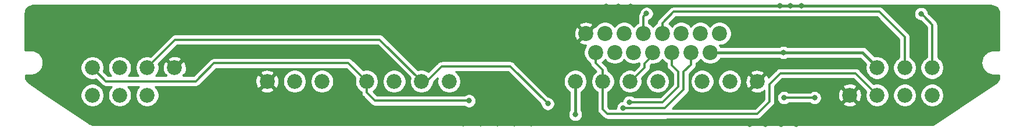
<source format=gtl>
G04 #@! TF.GenerationSoftware,KiCad,Pcbnew,(5.1.8-0-10_14)*
G04 #@! TF.CreationDate,2020-12-23T00:57:39-05:00*
G04 #@! TF.ProjectId,FamiCoun,46616d69-436f-4756-9e2e-6b696361645f,rev?*
G04 #@! TF.SameCoordinates,Original*
G04 #@! TF.FileFunction,Copper,L1,Top*
G04 #@! TF.FilePolarity,Positive*
%FSLAX46Y46*%
G04 Gerber Fmt 4.6, Leading zero omitted, Abs format (unit mm)*
G04 Created by KiCad (PCBNEW (5.1.8-0-10_14)) date 2020-12-23 00:57:39*
%MOMM*%
%LPD*%
G01*
G04 APERTURE LIST*
G04 #@! TA.AperFunction,ComponentPad*
%ADD10C,2.200000*%
G04 #@! TD*
G04 #@! TA.AperFunction,ComponentPad*
%ADD11C,2.180000*%
G04 #@! TD*
G04 #@! TA.AperFunction,ViaPad*
%ADD12C,0.800000*%
G04 #@! TD*
G04 #@! TA.AperFunction,Conductor*
%ADD13C,0.300000*%
G04 #@! TD*
G04 #@! TA.AperFunction,Conductor*
%ADD14C,0.450000*%
G04 #@! TD*
G04 #@! TA.AperFunction,Conductor*
%ADD15C,0.254000*%
G04 #@! TD*
G04 #@! TA.AperFunction,Conductor*
%ADD16C,0.100000*%
G04 #@! TD*
G04 APERTURE END LIST*
D10*
X171592860Y-94644180D03*
X174372860Y-94644180D03*
X177152860Y-94644180D03*
X179932860Y-94644180D03*
X182712860Y-94644180D03*
X185492860Y-94644180D03*
X188272860Y-94644180D03*
X189662860Y-91864180D03*
X186882860Y-91864180D03*
X184102860Y-91864180D03*
X181322860Y-91864180D03*
X178542860Y-91864180D03*
X175762860Y-91864180D03*
X172982860Y-91864180D03*
X170202860Y-91864180D03*
D11*
X106272080Y-100900000D03*
X102272080Y-100900000D03*
X98272080Y-100900000D03*
X98272080Y-96900000D03*
X102272080Y-96900000D03*
X106272080Y-96900000D03*
X110272080Y-96900000D03*
X208627460Y-100900000D03*
X212627460Y-100900000D03*
X216627460Y-100900000D03*
X220627460Y-100900000D03*
X220627460Y-96900000D03*
X216627460Y-96900000D03*
X212627460Y-96900000D03*
X150251160Y-98880000D03*
X146251160Y-98880000D03*
X142251160Y-98880000D03*
X138251160Y-98880000D03*
X131751160Y-98880000D03*
X127751160Y-98880000D03*
X123751160Y-98880000D03*
X195145840Y-98880000D03*
X191145840Y-98880000D03*
X187145840Y-98880000D03*
X180645840Y-98880000D03*
X176645840Y-98880000D03*
X172645840Y-98880000D03*
X168645840Y-98880000D03*
D12*
X133944360Y-104970580D03*
X199971660Y-90345260D03*
X198391780Y-90345260D03*
X201480420Y-90345260D03*
X110533180Y-88041480D03*
X113013913Y-88041480D03*
X118798340Y-90860880D03*
X128643380Y-90860880D03*
X123720860Y-90860880D03*
X133565900Y-90860880D03*
X221198440Y-88376760D03*
X215211660Y-93205300D03*
X218663520Y-93169740D03*
X218699080Y-103327200D03*
X170670220Y-99961700D03*
X180921660Y-96707960D03*
X198617840Y-93111320D03*
X200197720Y-93111320D03*
X201706480Y-93111320D03*
X198417180Y-87790020D03*
X199997060Y-87790020D03*
X201576940Y-87790020D03*
X194581780Y-93159580D03*
X197053200Y-96334580D03*
X183972200Y-102489000D03*
X187309760Y-102489000D03*
X190748920Y-102489000D03*
X203525120Y-96179640D03*
X229801420Y-90147140D03*
X229801420Y-91660980D03*
X229801420Y-93207840D03*
X228185980Y-99565460D03*
X226537520Y-100606860D03*
X224845880Y-101749860D03*
X222760540Y-90098880D03*
X210233260Y-93174820D03*
X207510380Y-93141800D03*
X217373200Y-90322400D03*
X154350720Y-97759520D03*
X157073600Y-97759520D03*
X159420560Y-99910900D03*
X156778960Y-99951540D03*
X159039560Y-102166420D03*
X161886900Y-102207060D03*
X179956460Y-90258900D03*
X176705260Y-87881460D03*
X174932340Y-87881460D03*
X173159420Y-87881460D03*
X154950160Y-95531940D03*
X152186640Y-95531940D03*
X148214080Y-100594160D03*
X144213580Y-100594160D03*
X140335000Y-100594160D03*
X137728960Y-101780340D03*
X138142980Y-96756220D03*
X140888720Y-95341440D03*
X144203420Y-93819980D03*
X135001000Y-98828860D03*
X133604000Y-94653100D03*
X123758960Y-94653100D03*
X118836440Y-94653100D03*
X128681480Y-94653100D03*
X163083240Y-97746820D03*
X165168580Y-99923600D03*
X170736260Y-102582980D03*
X191584580Y-93383100D03*
X189125860Y-97048320D03*
X191183260Y-96260920D03*
X88882220Y-90436700D03*
X88882220Y-91904820D03*
X88882220Y-93370400D03*
X90609420Y-99692460D03*
X91988640Y-100690680D03*
X93319600Y-101655880D03*
X112732820Y-104970580D03*
X115176300Y-104970580D03*
X131437380Y-104970580D03*
X115494646Y-88041480D03*
X117975380Y-88041480D03*
X115277900Y-101808280D03*
X117619780Y-101808280D03*
X129143760Y-101808280D03*
X131361180Y-101808280D03*
X109364780Y-100637340D03*
X104434640Y-95120460D03*
X218655900Y-98877120D03*
X214668100Y-98877120D03*
X222056960Y-94429580D03*
X224995740Y-94470220D03*
X176596040Y-96743520D03*
X118788180Y-98173540D03*
X167081200Y-95531940D03*
X165122860Y-95531940D03*
X207373220Y-96179640D03*
X199298560Y-99405440D03*
X203118720Y-99405440D03*
X194073780Y-105153460D03*
X196337766Y-105153460D03*
X198601752Y-105153460D03*
X200865740Y-105153460D03*
X152354280Y-105112820D03*
X154825700Y-105112820D03*
X157297120Y-105112820D03*
X159768540Y-105112820D03*
X162239960Y-105112820D03*
X141387830Y-88028780D03*
X139105640Y-88028780D03*
X143670020Y-88028780D03*
X194005200Y-102494080D03*
X219024200Y-88968578D03*
X179011580Y-88938100D03*
X199059800Y-101282499D03*
X203502260Y-101282501D03*
X153159460Y-101727000D03*
X176530000Y-101937820D03*
X175620680Y-102798882D03*
X164635186Y-102143566D03*
X198962040Y-94644180D03*
X168645834Y-103741218D03*
D13*
X219424199Y-89368577D02*
X219024200Y-88968578D01*
X220667580Y-96766380D02*
X220667580Y-90611958D01*
X220667580Y-90611958D02*
X219424199Y-89368577D01*
X178542860Y-91864180D02*
X178542860Y-89406820D01*
X178542860Y-89406820D02*
X179011580Y-88938100D01*
X212940900Y-88661240D02*
X216631520Y-92351860D01*
X182970166Y-88661240D02*
X212940900Y-88661240D01*
X181322860Y-90308546D02*
X182970166Y-88661240D01*
X216631520Y-92351860D02*
X216631520Y-96898460D01*
X181322860Y-91864180D02*
X181322860Y-90308546D01*
X172623480Y-97230434D02*
X171592860Y-96199814D01*
X172623480Y-102956360D02*
X172623480Y-97230434D01*
X190306960Y-103624380D02*
X173332140Y-103665020D01*
X195168520Y-103624380D02*
X190306960Y-103624380D01*
X196923660Y-101869240D02*
X195168520Y-103624380D01*
X171592860Y-96199814D02*
X171592860Y-94644180D01*
X209459340Y-97701100D02*
X198501000Y-97701100D01*
X196923660Y-99278440D02*
X196923660Y-101869240D01*
X198501000Y-97701100D02*
X196923660Y-99278440D01*
X173332140Y-103665020D02*
X172623480Y-102956360D01*
X212645240Y-100887000D02*
X209459340Y-97701100D01*
X199059800Y-101282499D02*
X203502258Y-101282499D01*
X203502258Y-101282499D02*
X203502260Y-101282501D01*
X178767740Y-96822260D02*
X176750980Y-98839020D01*
X176750980Y-98839020D02*
X175905160Y-98839020D01*
X179932860Y-95072940D02*
X178767740Y-96238060D01*
X178767740Y-96238060D02*
X178767740Y-96822260D01*
X179932860Y-94644180D02*
X179932860Y-95072940D01*
X138257280Y-99628960D02*
X139004040Y-98882200D01*
X138257280Y-100507800D02*
X138257280Y-99628960D01*
X139476480Y-101727000D02*
X138257280Y-100507800D01*
X153159460Y-101727000D02*
X139476480Y-101727000D01*
X100253800Y-98872040D02*
X98440240Y-97058480D01*
X113362740Y-98872040D02*
X100253800Y-98872040D01*
X116024660Y-96210120D02*
X113362740Y-98872040D01*
X135580120Y-96210120D02*
X116024660Y-96210120D01*
X138239500Y-98869500D02*
X135580120Y-96210120D01*
X138990300Y-98869500D02*
X138239500Y-98869500D01*
X181356000Y-101937820D02*
X177095685Y-101937820D01*
X182712860Y-94644180D02*
X182712860Y-96548440D01*
X183642000Y-97477580D02*
X183642000Y-99651820D01*
X177095685Y-101937820D02*
X176530000Y-101937820D01*
X182712860Y-96548440D02*
X183642000Y-97477580D01*
X183642000Y-99651820D02*
X181356000Y-101937820D01*
X140157200Y-92763340D02*
X110352840Y-92763340D01*
X110352840Y-92763340D02*
X106245660Y-96870520D01*
X146263360Y-98869500D02*
X140157200Y-92763340D01*
X146990300Y-98869500D02*
X146263360Y-98869500D01*
X159166560Y-96674940D02*
X164635186Y-102143566D01*
X146966940Y-98894900D02*
X149186900Y-96674940D01*
X149186900Y-96674940D02*
X159166560Y-96674940D01*
X181719218Y-102798882D02*
X176186365Y-102798882D01*
X184444640Y-100073460D02*
X181719218Y-102798882D01*
X176186365Y-102798882D02*
X175620680Y-102798882D01*
X184444640Y-97475040D02*
X184444640Y-100073460D01*
X185492860Y-96426820D02*
X184444640Y-97475040D01*
X185492860Y-94644180D02*
X185492860Y-96426820D01*
D14*
X210488500Y-94644180D02*
X212686900Y-96842580D01*
X188272860Y-94644180D02*
X198962040Y-94644180D01*
X198962040Y-94644180D02*
X210488500Y-94644180D01*
X168645840Y-98880000D02*
X168645840Y-103741218D01*
D15*
X229232285Y-87761710D02*
X229478226Y-87787848D01*
X229685998Y-87852429D01*
X229877277Y-87956141D01*
X230044769Y-88095031D01*
X230182089Y-88263801D01*
X230284016Y-88456037D01*
X230346663Y-88664409D01*
X230370838Y-88913950D01*
X230384370Y-94321916D01*
X229559568Y-94323358D01*
X229527611Y-94326562D01*
X229512634Y-94326562D01*
X229503469Y-94327525D01*
X229279815Y-94352612D01*
X229221326Y-94365045D01*
X229162623Y-94376668D01*
X229153820Y-94379393D01*
X228939297Y-94447444D01*
X228884312Y-94471011D01*
X228829011Y-94493804D01*
X228820909Y-94498186D01*
X228820904Y-94498188D01*
X228820900Y-94498191D01*
X228623686Y-94606610D01*
X228574367Y-94640379D01*
X228524503Y-94673508D01*
X228517403Y-94679383D01*
X228344999Y-94824046D01*
X228303152Y-94866779D01*
X228260700Y-94908936D01*
X228254876Y-94916077D01*
X228113854Y-95091473D01*
X228081126Y-95141487D01*
X228047648Y-95191120D01*
X228043322Y-95199257D01*
X227939054Y-95398704D01*
X227916649Y-95454160D01*
X227893465Y-95509311D01*
X227890802Y-95518133D01*
X227827259Y-95734033D01*
X227816057Y-95792759D01*
X227804021Y-95851389D01*
X227803122Y-95860561D01*
X227782724Y-96084692D01*
X227783142Y-96144510D01*
X227782724Y-96204329D01*
X227783624Y-96213500D01*
X227807149Y-96437324D01*
X227819170Y-96495887D01*
X227830385Y-96554680D01*
X227833049Y-96563502D01*
X227899600Y-96778494D01*
X227922780Y-96833637D01*
X227945189Y-96889102D01*
X227949516Y-96897239D01*
X228056559Y-97095211D01*
X228090008Y-97144801D01*
X228122763Y-97194857D01*
X228128588Y-97201998D01*
X228272045Y-97375409D01*
X228314485Y-97417553D01*
X228356346Y-97460300D01*
X228363446Y-97466174D01*
X228537853Y-97608416D01*
X228587659Y-97641506D01*
X228637031Y-97675313D01*
X228645138Y-97679695D01*
X228843852Y-97785354D01*
X228899128Y-97808138D01*
X228954143Y-97831717D01*
X228962946Y-97834442D01*
X229178398Y-97899489D01*
X229237057Y-97911104D01*
X229295587Y-97923545D01*
X229304751Y-97924508D01*
X229528734Y-97946470D01*
X229528738Y-97946470D01*
X229560721Y-97949620D01*
X230374519Y-97949620D01*
X230374023Y-98193929D01*
X230349742Y-98441571D01*
X230287394Y-98648077D01*
X230186117Y-98838551D01*
X230045775Y-99010627D01*
X229909394Y-99127889D01*
X220907603Y-105146818D01*
X220759334Y-105212932D01*
X220604344Y-105248237D01*
X220439753Y-105255460D01*
X98572825Y-105252950D01*
X98305397Y-105238138D01*
X98090953Y-105183197D01*
X97875140Y-105079934D01*
X97785158Y-105019950D01*
X91472612Y-100730102D01*
X96547080Y-100730102D01*
X96547080Y-101069898D01*
X96613370Y-101403164D01*
X96743404Y-101717094D01*
X96932185Y-101999624D01*
X97172456Y-102239895D01*
X97454986Y-102428676D01*
X97768916Y-102558710D01*
X98102182Y-102625000D01*
X98441978Y-102625000D01*
X98775244Y-102558710D01*
X99089174Y-102428676D01*
X99371704Y-102239895D01*
X99611975Y-101999624D01*
X99800756Y-101717094D01*
X99930790Y-101403164D01*
X99997080Y-101069898D01*
X99997080Y-100730102D01*
X99930790Y-100396836D01*
X99800756Y-100082906D01*
X99611975Y-99800376D01*
X99371704Y-99560105D01*
X99089174Y-99371324D01*
X98775244Y-99241290D01*
X98441978Y-99175000D01*
X98102182Y-99175000D01*
X97768916Y-99241290D01*
X97454986Y-99371324D01*
X97172456Y-99560105D01*
X96932185Y-99800376D01*
X96743404Y-100082906D01*
X96613370Y-100396836D01*
X96547080Y-100730102D01*
X91472612Y-100730102D01*
X88924713Y-98998614D01*
X88776559Y-98843349D01*
X88658435Y-98657629D01*
X88578636Y-98452506D01*
X88536332Y-98213995D01*
X88533840Y-98160660D01*
X88533840Y-97969940D01*
X89354059Y-97969940D01*
X89386194Y-97966775D01*
X89387225Y-97966775D01*
X89396389Y-97965811D01*
X89399320Y-97965482D01*
X89451023Y-97960390D01*
X89454721Y-97959268D01*
X89624497Y-97940225D01*
X89682981Y-97927794D01*
X89741689Y-97916170D01*
X89750492Y-97913444D01*
X89969285Y-97844039D01*
X90024246Y-97820483D01*
X90079576Y-97797678D01*
X90087682Y-97793295D01*
X90288827Y-97682713D01*
X90338189Y-97648915D01*
X90388008Y-97615815D01*
X90395105Y-97609943D01*
X90395110Y-97609940D01*
X90395114Y-97609936D01*
X90570945Y-97462396D01*
X90612773Y-97419683D01*
X90655244Y-97377507D01*
X90661068Y-97370366D01*
X90804897Y-97191479D01*
X90837639Y-97141444D01*
X90871102Y-97091834D01*
X90875428Y-97083697D01*
X90981773Y-96880279D01*
X91004185Y-96824807D01*
X91027363Y-96769669D01*
X91030026Y-96760847D01*
X91039074Y-96730102D01*
X96547080Y-96730102D01*
X96547080Y-97069898D01*
X96613370Y-97403164D01*
X96743404Y-97717094D01*
X96932185Y-97999624D01*
X97172456Y-98239895D01*
X97454986Y-98428676D01*
X97768916Y-98558710D01*
X98102182Y-98625000D01*
X98441978Y-98625000D01*
X98775244Y-98558710D01*
X98814183Y-98542581D01*
X99671458Y-99399856D01*
X99696036Y-99429804D01*
X99725984Y-99454382D01*
X99725987Y-99454385D01*
X99751196Y-99475073D01*
X99815567Y-99527902D01*
X99932492Y-99590399D01*
X99951940Y-99600794D01*
X100099912Y-99645681D01*
X100114290Y-99647097D01*
X100215239Y-99657040D01*
X100215246Y-99657040D01*
X100253799Y-99660837D01*
X100292352Y-99657040D01*
X101075521Y-99657040D01*
X100932185Y-99800376D01*
X100743404Y-100082906D01*
X100613370Y-100396836D01*
X100547080Y-100730102D01*
X100547080Y-101069898D01*
X100613370Y-101403164D01*
X100743404Y-101717094D01*
X100932185Y-101999624D01*
X101172456Y-102239895D01*
X101454986Y-102428676D01*
X101768916Y-102558710D01*
X102102182Y-102625000D01*
X102441978Y-102625000D01*
X102775244Y-102558710D01*
X103089174Y-102428676D01*
X103371704Y-102239895D01*
X103611975Y-101999624D01*
X103800756Y-101717094D01*
X103930790Y-101403164D01*
X103997080Y-101069898D01*
X103997080Y-100730102D01*
X103930790Y-100396836D01*
X103800756Y-100082906D01*
X103611975Y-99800376D01*
X103468639Y-99657040D01*
X105075521Y-99657040D01*
X104932185Y-99800376D01*
X104743404Y-100082906D01*
X104613370Y-100396836D01*
X104547080Y-100730102D01*
X104547080Y-101069898D01*
X104613370Y-101403164D01*
X104743404Y-101717094D01*
X104932185Y-101999624D01*
X105172456Y-102239895D01*
X105454986Y-102428676D01*
X105768916Y-102558710D01*
X106102182Y-102625000D01*
X106441978Y-102625000D01*
X106775244Y-102558710D01*
X107089174Y-102428676D01*
X107371704Y-102239895D01*
X107611975Y-101999624D01*
X107800756Y-101717094D01*
X107930790Y-101403164D01*
X107997080Y-101069898D01*
X107997080Y-100730102D01*
X107930790Y-100396836D01*
X107800756Y-100082906D01*
X107798536Y-100079583D01*
X122731182Y-100079583D01*
X122837808Y-100353187D01*
X123142762Y-100503066D01*
X123471098Y-100590572D01*
X123810195Y-100612341D01*
X124147024Y-100567537D01*
X124468639Y-100457883D01*
X124664512Y-100353187D01*
X124771138Y-100079583D01*
X123751160Y-99059605D01*
X122731182Y-100079583D01*
X107798536Y-100079583D01*
X107611975Y-99800376D01*
X107468639Y-99657040D01*
X113324187Y-99657040D01*
X113362740Y-99660837D01*
X113401293Y-99657040D01*
X113401301Y-99657040D01*
X113516627Y-99645681D01*
X113664600Y-99600794D01*
X113800973Y-99527902D01*
X113920504Y-99429804D01*
X113945087Y-99399850D01*
X114405902Y-98939035D01*
X122018819Y-98939035D01*
X122063623Y-99275864D01*
X122173277Y-99597479D01*
X122277973Y-99793352D01*
X122551577Y-99899978D01*
X123571555Y-98880000D01*
X123930765Y-98880000D01*
X124950743Y-99899978D01*
X125224347Y-99793352D01*
X125374226Y-99488398D01*
X125461732Y-99160062D01*
X125483501Y-98820965D01*
X125468755Y-98710102D01*
X126026160Y-98710102D01*
X126026160Y-99049898D01*
X126092450Y-99383164D01*
X126222484Y-99697094D01*
X126411265Y-99979624D01*
X126651536Y-100219895D01*
X126934066Y-100408676D01*
X127247996Y-100538710D01*
X127581262Y-100605000D01*
X127921058Y-100605000D01*
X128254324Y-100538710D01*
X128568254Y-100408676D01*
X128850784Y-100219895D01*
X129091055Y-99979624D01*
X129279836Y-99697094D01*
X129409870Y-99383164D01*
X129476160Y-99049898D01*
X129476160Y-98710102D01*
X130026160Y-98710102D01*
X130026160Y-99049898D01*
X130092450Y-99383164D01*
X130222484Y-99697094D01*
X130411265Y-99979624D01*
X130651536Y-100219895D01*
X130934066Y-100408676D01*
X131247996Y-100538710D01*
X131581262Y-100605000D01*
X131921058Y-100605000D01*
X132254324Y-100538710D01*
X132568254Y-100408676D01*
X132850784Y-100219895D01*
X133091055Y-99979624D01*
X133279836Y-99697094D01*
X133409870Y-99383164D01*
X133476160Y-99049898D01*
X133476160Y-98710102D01*
X133409870Y-98376836D01*
X133279836Y-98062906D01*
X133091055Y-97780376D01*
X132850784Y-97540105D01*
X132568254Y-97351324D01*
X132254324Y-97221290D01*
X131921058Y-97155000D01*
X131581262Y-97155000D01*
X131247996Y-97221290D01*
X130934066Y-97351324D01*
X130651536Y-97540105D01*
X130411265Y-97780376D01*
X130222484Y-98062906D01*
X130092450Y-98376836D01*
X130026160Y-98710102D01*
X129476160Y-98710102D01*
X129409870Y-98376836D01*
X129279836Y-98062906D01*
X129091055Y-97780376D01*
X128850784Y-97540105D01*
X128568254Y-97351324D01*
X128254324Y-97221290D01*
X127921058Y-97155000D01*
X127581262Y-97155000D01*
X127247996Y-97221290D01*
X126934066Y-97351324D01*
X126651536Y-97540105D01*
X126411265Y-97780376D01*
X126222484Y-98062906D01*
X126092450Y-98376836D01*
X126026160Y-98710102D01*
X125468755Y-98710102D01*
X125438697Y-98484136D01*
X125329043Y-98162521D01*
X125224347Y-97966648D01*
X124950743Y-97860022D01*
X123930765Y-98880000D01*
X123571555Y-98880000D01*
X122551577Y-97860022D01*
X122277973Y-97966648D01*
X122128094Y-98271602D01*
X122040588Y-98599938D01*
X122018819Y-98939035D01*
X114405902Y-98939035D01*
X115664520Y-97680417D01*
X122731182Y-97680417D01*
X123751160Y-98700395D01*
X124771138Y-97680417D01*
X124664512Y-97406813D01*
X124359558Y-97256934D01*
X124031222Y-97169428D01*
X123692125Y-97147659D01*
X123355296Y-97192463D01*
X123033681Y-97302117D01*
X122837808Y-97406813D01*
X122731182Y-97680417D01*
X115664520Y-97680417D01*
X116349818Y-96995120D01*
X135254963Y-96995120D01*
X136605404Y-98345562D01*
X136592450Y-98376836D01*
X136526160Y-98710102D01*
X136526160Y-99049898D01*
X136592450Y-99383164D01*
X136722484Y-99697094D01*
X136911265Y-99979624D01*
X137151536Y-100219895D01*
X137434066Y-100408676D01*
X137472280Y-100424505D01*
X137472280Y-100469247D01*
X137468483Y-100507800D01*
X137472280Y-100546353D01*
X137472280Y-100546360D01*
X137483639Y-100661686D01*
X137528526Y-100809659D01*
X137601418Y-100946032D01*
X137699516Y-101065564D01*
X137729470Y-101090147D01*
X138894138Y-102254815D01*
X138918716Y-102284764D01*
X138948664Y-102309342D01*
X138948667Y-102309345D01*
X138978039Y-102333450D01*
X139038247Y-102382862D01*
X139155296Y-102445425D01*
X139174620Y-102455754D01*
X139322592Y-102500641D01*
X139336970Y-102502057D01*
X139437919Y-102512000D01*
X139437926Y-102512000D01*
X139476479Y-102515797D01*
X139515032Y-102512000D01*
X152480749Y-102512000D01*
X152499686Y-102530937D01*
X152669204Y-102644205D01*
X152857562Y-102722226D01*
X153057521Y-102762000D01*
X153261399Y-102762000D01*
X153461358Y-102722226D01*
X153649716Y-102644205D01*
X153819234Y-102530937D01*
X153963397Y-102386774D01*
X154076665Y-102217256D01*
X154154686Y-102028898D01*
X154194460Y-101828939D01*
X154194460Y-101625061D01*
X154154686Y-101425102D01*
X154076665Y-101236744D01*
X153963397Y-101067226D01*
X153819234Y-100923063D01*
X153649716Y-100809795D01*
X153461358Y-100731774D01*
X153261399Y-100692000D01*
X153057521Y-100692000D01*
X152857562Y-100731774D01*
X152669204Y-100809795D01*
X152499686Y-100923063D01*
X152480749Y-100942000D01*
X139801638Y-100942000D01*
X139188181Y-100328543D01*
X139350784Y-100219895D01*
X139591055Y-99979624D01*
X139779836Y-99697094D01*
X139909870Y-99383164D01*
X139976160Y-99049898D01*
X139976160Y-98710102D01*
X140526160Y-98710102D01*
X140526160Y-99049898D01*
X140592450Y-99383164D01*
X140722484Y-99697094D01*
X140911265Y-99979624D01*
X141151536Y-100219895D01*
X141434066Y-100408676D01*
X141747996Y-100538710D01*
X142081262Y-100605000D01*
X142421058Y-100605000D01*
X142754324Y-100538710D01*
X143068254Y-100408676D01*
X143350784Y-100219895D01*
X143591055Y-99979624D01*
X143779836Y-99697094D01*
X143909870Y-99383164D01*
X143976160Y-99049898D01*
X143976160Y-98710102D01*
X143909870Y-98376836D01*
X143779836Y-98062906D01*
X143591055Y-97780376D01*
X143350784Y-97540105D01*
X143068254Y-97351324D01*
X142754324Y-97221290D01*
X142421058Y-97155000D01*
X142081262Y-97155000D01*
X141747996Y-97221290D01*
X141434066Y-97351324D01*
X141151536Y-97540105D01*
X140911265Y-97780376D01*
X140722484Y-98062906D01*
X140592450Y-98376836D01*
X140526160Y-98710102D01*
X139976160Y-98710102D01*
X139909870Y-98376836D01*
X139779836Y-98062906D01*
X139591055Y-97780376D01*
X139350784Y-97540105D01*
X139068254Y-97351324D01*
X138754324Y-97221290D01*
X138421058Y-97155000D01*
X138081262Y-97155000D01*
X137747996Y-97221290D01*
X137715081Y-97234924D01*
X136162467Y-95682310D01*
X136137884Y-95652356D01*
X136018353Y-95554258D01*
X135881980Y-95481366D01*
X135734007Y-95436479D01*
X135618681Y-95425120D01*
X135618673Y-95425120D01*
X135580120Y-95421323D01*
X135541567Y-95425120D01*
X116063212Y-95425120D01*
X116024659Y-95421323D01*
X115986106Y-95425120D01*
X115986099Y-95425120D01*
X115885150Y-95435063D01*
X115870772Y-95436479D01*
X115850723Y-95442561D01*
X115722800Y-95481366D01*
X115586427Y-95554258D01*
X115535014Y-95596452D01*
X115496847Y-95627775D01*
X115496844Y-95627778D01*
X115466896Y-95652356D01*
X115442318Y-95682304D01*
X113037583Y-98087040D01*
X111535494Y-98087040D01*
X111587111Y-98035423D01*
X111471665Y-97919977D01*
X111745267Y-97813352D01*
X111895146Y-97508398D01*
X111982652Y-97180062D01*
X112004421Y-96840965D01*
X111959617Y-96504136D01*
X111849963Y-96182521D01*
X111745267Y-95986648D01*
X111471663Y-95880022D01*
X110451685Y-96900000D01*
X110465828Y-96914143D01*
X110286223Y-97093748D01*
X110272080Y-97079605D01*
X110257938Y-97093748D01*
X110078333Y-96914143D01*
X110092475Y-96900000D01*
X109072497Y-95880022D01*
X108798893Y-95986648D01*
X108649014Y-96291602D01*
X108561508Y-96619938D01*
X108539739Y-96959035D01*
X108584543Y-97295864D01*
X108694197Y-97617479D01*
X108798893Y-97813352D01*
X109072495Y-97919977D01*
X108957049Y-98035423D01*
X109008666Y-98087040D01*
X107524559Y-98087040D01*
X107611975Y-97999624D01*
X107800756Y-97717094D01*
X107930790Y-97403164D01*
X107997080Y-97069898D01*
X107997080Y-96730102D01*
X107930790Y-96396836D01*
X107901123Y-96325214D01*
X108525920Y-95700417D01*
X109252102Y-95700417D01*
X110272080Y-96720395D01*
X111292058Y-95700417D01*
X111185432Y-95426813D01*
X110880478Y-95276934D01*
X110552142Y-95189428D01*
X110213045Y-95167659D01*
X109876216Y-95212463D01*
X109554601Y-95322117D01*
X109358728Y-95426813D01*
X109252102Y-95700417D01*
X108525920Y-95700417D01*
X110677997Y-93548340D01*
X139832043Y-93548340D01*
X144612393Y-98328690D01*
X144592450Y-98376836D01*
X144526160Y-98710102D01*
X144526160Y-99049898D01*
X144592450Y-99383164D01*
X144722484Y-99697094D01*
X144911265Y-99979624D01*
X145151536Y-100219895D01*
X145434066Y-100408676D01*
X145747996Y-100538710D01*
X146081262Y-100605000D01*
X146421058Y-100605000D01*
X146754324Y-100538710D01*
X147068254Y-100408676D01*
X147350784Y-100219895D01*
X147591055Y-99979624D01*
X147779836Y-99697094D01*
X147909870Y-99383164D01*
X147976160Y-99049898D01*
X147976160Y-98995837D01*
X148591777Y-98380220D01*
X148526160Y-98710102D01*
X148526160Y-99049898D01*
X148592450Y-99383164D01*
X148722484Y-99697094D01*
X148911265Y-99979624D01*
X149151536Y-100219895D01*
X149434066Y-100408676D01*
X149747996Y-100538710D01*
X150081262Y-100605000D01*
X150421058Y-100605000D01*
X150754324Y-100538710D01*
X151068254Y-100408676D01*
X151350784Y-100219895D01*
X151591055Y-99979624D01*
X151779836Y-99697094D01*
X151909870Y-99383164D01*
X151976160Y-99049898D01*
X151976160Y-98710102D01*
X151909870Y-98376836D01*
X151779836Y-98062906D01*
X151591055Y-97780376D01*
X151350784Y-97540105D01*
X151230809Y-97459940D01*
X158841403Y-97459940D01*
X163600186Y-102218724D01*
X163600186Y-102245505D01*
X163639960Y-102445464D01*
X163717981Y-102633822D01*
X163831249Y-102803340D01*
X163975412Y-102947503D01*
X164144930Y-103060771D01*
X164333288Y-103138792D01*
X164533247Y-103178566D01*
X164737125Y-103178566D01*
X164937084Y-103138792D01*
X165125442Y-103060771D01*
X165294960Y-102947503D01*
X165439123Y-102803340D01*
X165552391Y-102633822D01*
X165630412Y-102445464D01*
X165670186Y-102245505D01*
X165670186Y-102041627D01*
X165630412Y-101841668D01*
X165552391Y-101653310D01*
X165439123Y-101483792D01*
X165294960Y-101339629D01*
X165125442Y-101226361D01*
X164937084Y-101148340D01*
X164737125Y-101108566D01*
X164710344Y-101108566D01*
X162311880Y-98710102D01*
X166920840Y-98710102D01*
X166920840Y-99049898D01*
X166987130Y-99383164D01*
X167117164Y-99697094D01*
X167305945Y-99979624D01*
X167546216Y-100219895D01*
X167785840Y-100380007D01*
X167785841Y-103165338D01*
X167728629Y-103250962D01*
X167650608Y-103439320D01*
X167610834Y-103639279D01*
X167610834Y-103843157D01*
X167650608Y-104043116D01*
X167728629Y-104231474D01*
X167841897Y-104400992D01*
X167986060Y-104545155D01*
X168155578Y-104658423D01*
X168343936Y-104736444D01*
X168543895Y-104776218D01*
X168747773Y-104776218D01*
X168947732Y-104736444D01*
X169136090Y-104658423D01*
X169305608Y-104545155D01*
X169449771Y-104400992D01*
X169563039Y-104231474D01*
X169641060Y-104043116D01*
X169680834Y-103843157D01*
X169680834Y-103639279D01*
X169641060Y-103439320D01*
X169563039Y-103250962D01*
X169505840Y-103165357D01*
X169505840Y-100380007D01*
X169745464Y-100219895D01*
X169985735Y-99979624D01*
X170174516Y-99697094D01*
X170304550Y-99383164D01*
X170370840Y-99049898D01*
X170370840Y-98710102D01*
X170304550Y-98376836D01*
X170174516Y-98062906D01*
X169985735Y-97780376D01*
X169745464Y-97540105D01*
X169462934Y-97351324D01*
X169149004Y-97221290D01*
X168815738Y-97155000D01*
X168475942Y-97155000D01*
X168142676Y-97221290D01*
X167828746Y-97351324D01*
X167546216Y-97540105D01*
X167305945Y-97780376D01*
X167117164Y-98062906D01*
X166987130Y-98376836D01*
X166920840Y-98710102D01*
X162311880Y-98710102D01*
X159748907Y-96147130D01*
X159724324Y-96117176D01*
X159604793Y-96019078D01*
X159468420Y-95946186D01*
X159320447Y-95901299D01*
X159205121Y-95889940D01*
X159205113Y-95889940D01*
X159166560Y-95886143D01*
X159128007Y-95889940D01*
X149225456Y-95889940D01*
X149186900Y-95886143D01*
X149148344Y-95889940D01*
X149148339Y-95889940D01*
X149107926Y-95893920D01*
X149033013Y-95901298D01*
X148896627Y-95942671D01*
X148885040Y-95946186D01*
X148748667Y-96019078D01*
X148629136Y-96117176D01*
X148604553Y-96147130D01*
X147267336Y-97484347D01*
X147068254Y-97351324D01*
X146754324Y-97221290D01*
X146421058Y-97155000D01*
X146081262Y-97155000D01*
X145747996Y-97221290D01*
X145731953Y-97227935D01*
X141574910Y-93070892D01*
X169175753Y-93070892D01*
X169283586Y-93345518D01*
X169590244Y-93496396D01*
X169920445Y-93584549D01*
X170202056Y-93602748D01*
X170055323Y-93822349D01*
X169924535Y-94138099D01*
X169857860Y-94473297D01*
X169857860Y-94815063D01*
X169924535Y-95150261D01*
X170055323Y-95466011D01*
X170245197Y-95750178D01*
X170486862Y-95991843D01*
X170771029Y-96181717D01*
X170804481Y-96195573D01*
X170804063Y-96199814D01*
X170807860Y-96238367D01*
X170807860Y-96238374D01*
X170819219Y-96353700D01*
X170864106Y-96501673D01*
X170936998Y-96638046D01*
X171035096Y-96757578D01*
X171065050Y-96782161D01*
X171712132Y-97429243D01*
X171546216Y-97540105D01*
X171305945Y-97780376D01*
X171117164Y-98062906D01*
X170987130Y-98376836D01*
X170920840Y-98710102D01*
X170920840Y-99049898D01*
X170987130Y-99383164D01*
X171117164Y-99697094D01*
X171305945Y-99979624D01*
X171546216Y-100219895D01*
X171828746Y-100408676D01*
X171838480Y-100412708D01*
X171838480Y-102917807D01*
X171834683Y-102956360D01*
X171838480Y-102994913D01*
X171838480Y-102994920D01*
X171849839Y-103110246D01*
X171894726Y-103258219D01*
X171967618Y-103394592D01*
X172065716Y-103514124D01*
X172095670Y-103538707D01*
X172750465Y-104193502D01*
X172775713Y-104224117D01*
X172834882Y-104272440D01*
X172893908Y-104320881D01*
X172894741Y-104321326D01*
X172895479Y-104321929D01*
X172962944Y-104357782D01*
X173030280Y-104393774D01*
X173031191Y-104394050D01*
X173032026Y-104394494D01*
X173104773Y-104416372D01*
X173178253Y-104438662D01*
X173179204Y-104438756D01*
X173180106Y-104439027D01*
X173256079Y-104446326D01*
X173332140Y-104453817D01*
X173371634Y-104449928D01*
X190307720Y-104409380D01*
X195129967Y-104409380D01*
X195168520Y-104413177D01*
X195207073Y-104409380D01*
X195207081Y-104409380D01*
X195322407Y-104398021D01*
X195470380Y-104353134D01*
X195606753Y-104280242D01*
X195726284Y-104182144D01*
X195750867Y-104152190D01*
X197451470Y-102451587D01*
X197481424Y-102427004D01*
X197579522Y-102307473D01*
X197652414Y-102171100D01*
X197662119Y-102139108D01*
X197697302Y-102023127D01*
X197705703Y-101937820D01*
X197708660Y-101907801D01*
X197708660Y-101907796D01*
X197712457Y-101869240D01*
X197708660Y-101830684D01*
X197708660Y-101180560D01*
X198024800Y-101180560D01*
X198024800Y-101384438D01*
X198064574Y-101584397D01*
X198142595Y-101772755D01*
X198255863Y-101942273D01*
X198400026Y-102086436D01*
X198569544Y-102199704D01*
X198757902Y-102277725D01*
X198957861Y-102317499D01*
X199161739Y-102317499D01*
X199361698Y-102277725D01*
X199550056Y-102199704D01*
X199719574Y-102086436D01*
X199738511Y-102067499D01*
X202823547Y-102067499D01*
X202842486Y-102086438D01*
X203012004Y-102199706D01*
X203200362Y-102277727D01*
X203400321Y-102317501D01*
X203604199Y-102317501D01*
X203804158Y-102277727D01*
X203992516Y-102199706D01*
X204142361Y-102099583D01*
X207607482Y-102099583D01*
X207714108Y-102373187D01*
X208019062Y-102523066D01*
X208347398Y-102610572D01*
X208686495Y-102632341D01*
X209023324Y-102587537D01*
X209344939Y-102477883D01*
X209540812Y-102373187D01*
X209647438Y-102099583D01*
X208627460Y-101079605D01*
X207607482Y-102099583D01*
X204142361Y-102099583D01*
X204162034Y-102086438D01*
X204306197Y-101942275D01*
X204419465Y-101772757D01*
X204497486Y-101584399D01*
X204537260Y-101384440D01*
X204537260Y-101180562D01*
X204497486Y-100980603D01*
X204488553Y-100959035D01*
X206895119Y-100959035D01*
X206939923Y-101295864D01*
X207049577Y-101617479D01*
X207154273Y-101813352D01*
X207427877Y-101919978D01*
X208447855Y-100900000D01*
X208807065Y-100900000D01*
X209827043Y-101919978D01*
X210100647Y-101813352D01*
X210250526Y-101508398D01*
X210338032Y-101180062D01*
X210359801Y-100840965D01*
X210314997Y-100504136D01*
X210205343Y-100182521D01*
X210100647Y-99986648D01*
X209827043Y-99880022D01*
X208807065Y-100900000D01*
X208447855Y-100900000D01*
X207427877Y-99880022D01*
X207154273Y-99986648D01*
X207004394Y-100291602D01*
X206916888Y-100619938D01*
X206895119Y-100959035D01*
X204488553Y-100959035D01*
X204419465Y-100792245D01*
X204306197Y-100622727D01*
X204162034Y-100478564D01*
X203992516Y-100365296D01*
X203804158Y-100287275D01*
X203604199Y-100247501D01*
X203400321Y-100247501D01*
X203200362Y-100287275D01*
X203012004Y-100365296D01*
X202842486Y-100478564D01*
X202823551Y-100497499D01*
X199738511Y-100497499D01*
X199719574Y-100478562D01*
X199550056Y-100365294D01*
X199361698Y-100287273D01*
X199161739Y-100247499D01*
X198957861Y-100247499D01*
X198757902Y-100287273D01*
X198569544Y-100365294D01*
X198400026Y-100478562D01*
X198255863Y-100622725D01*
X198142595Y-100792243D01*
X198064574Y-100980601D01*
X198024800Y-101180560D01*
X197708660Y-101180560D01*
X197708660Y-99700417D01*
X207607482Y-99700417D01*
X208627460Y-100720395D01*
X209647438Y-99700417D01*
X209540812Y-99426813D01*
X209235858Y-99276934D01*
X208907522Y-99189428D01*
X208568425Y-99167659D01*
X208231596Y-99212463D01*
X207909981Y-99322117D01*
X207714108Y-99426813D01*
X207607482Y-99700417D01*
X197708660Y-99700417D01*
X197708660Y-99603597D01*
X198826157Y-98486100D01*
X209134183Y-98486100D01*
X210991059Y-100342977D01*
X210968750Y-100396836D01*
X210902460Y-100730102D01*
X210902460Y-101069898D01*
X210968750Y-101403164D01*
X211098784Y-101717094D01*
X211287565Y-101999624D01*
X211527836Y-102239895D01*
X211810366Y-102428676D01*
X212124296Y-102558710D01*
X212457562Y-102625000D01*
X212797358Y-102625000D01*
X213130624Y-102558710D01*
X213444554Y-102428676D01*
X213727084Y-102239895D01*
X213967355Y-101999624D01*
X214156136Y-101717094D01*
X214286170Y-101403164D01*
X214352460Y-101069898D01*
X214352460Y-100730102D01*
X214902460Y-100730102D01*
X214902460Y-101069898D01*
X214968750Y-101403164D01*
X215098784Y-101717094D01*
X215287565Y-101999624D01*
X215527836Y-102239895D01*
X215810366Y-102428676D01*
X216124296Y-102558710D01*
X216457562Y-102625000D01*
X216797358Y-102625000D01*
X217130624Y-102558710D01*
X217444554Y-102428676D01*
X217727084Y-102239895D01*
X217967355Y-101999624D01*
X218156136Y-101717094D01*
X218286170Y-101403164D01*
X218352460Y-101069898D01*
X218352460Y-100730102D01*
X218902460Y-100730102D01*
X218902460Y-101069898D01*
X218968750Y-101403164D01*
X219098784Y-101717094D01*
X219287565Y-101999624D01*
X219527836Y-102239895D01*
X219810366Y-102428676D01*
X220124296Y-102558710D01*
X220457562Y-102625000D01*
X220797358Y-102625000D01*
X221130624Y-102558710D01*
X221444554Y-102428676D01*
X221727084Y-102239895D01*
X221967355Y-101999624D01*
X222156136Y-101717094D01*
X222286170Y-101403164D01*
X222352460Y-101069898D01*
X222352460Y-100730102D01*
X222286170Y-100396836D01*
X222156136Y-100082906D01*
X221967355Y-99800376D01*
X221727084Y-99560105D01*
X221444554Y-99371324D01*
X221130624Y-99241290D01*
X220797358Y-99175000D01*
X220457562Y-99175000D01*
X220124296Y-99241290D01*
X219810366Y-99371324D01*
X219527836Y-99560105D01*
X219287565Y-99800376D01*
X219098784Y-100082906D01*
X218968750Y-100396836D01*
X218902460Y-100730102D01*
X218352460Y-100730102D01*
X218286170Y-100396836D01*
X218156136Y-100082906D01*
X217967355Y-99800376D01*
X217727084Y-99560105D01*
X217444554Y-99371324D01*
X217130624Y-99241290D01*
X216797358Y-99175000D01*
X216457562Y-99175000D01*
X216124296Y-99241290D01*
X215810366Y-99371324D01*
X215527836Y-99560105D01*
X215287565Y-99800376D01*
X215098784Y-100082906D01*
X214968750Y-100396836D01*
X214902460Y-100730102D01*
X214352460Y-100730102D01*
X214286170Y-100396836D01*
X214156136Y-100082906D01*
X213967355Y-99800376D01*
X213727084Y-99560105D01*
X213444554Y-99371324D01*
X213130624Y-99241290D01*
X212797358Y-99175000D01*
X212457562Y-99175000D01*
X212124296Y-99241290D01*
X212113966Y-99245569D01*
X210041687Y-97173290D01*
X210017104Y-97143336D01*
X209897573Y-97045238D01*
X209761200Y-96972346D01*
X209613227Y-96927459D01*
X209497901Y-96916100D01*
X209497893Y-96916100D01*
X209459340Y-96912303D01*
X209420787Y-96916100D01*
X198539556Y-96916100D01*
X198501000Y-96912303D01*
X198462444Y-96916100D01*
X198462439Y-96916100D01*
X198424711Y-96919816D01*
X198347113Y-96927458D01*
X198205466Y-96970427D01*
X198199140Y-96972346D01*
X198062767Y-97045238D01*
X197943236Y-97143336D01*
X197918653Y-97173290D01*
X196776024Y-98315919D01*
X196723723Y-98162521D01*
X196619027Y-97966648D01*
X196345423Y-97860022D01*
X195325445Y-98880000D01*
X195339588Y-98894143D01*
X195159983Y-99073748D01*
X195145840Y-99059605D01*
X194125862Y-100079583D01*
X194232488Y-100353187D01*
X194537442Y-100503066D01*
X194865778Y-100590572D01*
X195204875Y-100612341D01*
X195541704Y-100567537D01*
X195863319Y-100457883D01*
X196059192Y-100353187D01*
X196138660Y-100149270D01*
X196138661Y-101544082D01*
X194843363Y-102839380D01*
X190344578Y-102839380D01*
X190343641Y-102839290D01*
X190306049Y-102839380D01*
X190268399Y-102839380D01*
X190267461Y-102839472D01*
X182770837Y-102857420D01*
X184972450Y-100655807D01*
X185002404Y-100631224D01*
X185100502Y-100511693D01*
X185173394Y-100375320D01*
X185178735Y-100357714D01*
X185218282Y-100227347D01*
X185227929Y-100129393D01*
X185229640Y-100112021D01*
X185229640Y-100112016D01*
X185233437Y-100073460D01*
X185229640Y-100034904D01*
X185229640Y-98710102D01*
X185420840Y-98710102D01*
X185420840Y-99049898D01*
X185487130Y-99383164D01*
X185617164Y-99697094D01*
X185805945Y-99979624D01*
X186046216Y-100219895D01*
X186328746Y-100408676D01*
X186642676Y-100538710D01*
X186975942Y-100605000D01*
X187315738Y-100605000D01*
X187649004Y-100538710D01*
X187962934Y-100408676D01*
X188245464Y-100219895D01*
X188485735Y-99979624D01*
X188674516Y-99697094D01*
X188804550Y-99383164D01*
X188870840Y-99049898D01*
X188870840Y-98710102D01*
X189420840Y-98710102D01*
X189420840Y-99049898D01*
X189487130Y-99383164D01*
X189617164Y-99697094D01*
X189805945Y-99979624D01*
X190046216Y-100219895D01*
X190328746Y-100408676D01*
X190642676Y-100538710D01*
X190975942Y-100605000D01*
X191315738Y-100605000D01*
X191649004Y-100538710D01*
X191962934Y-100408676D01*
X192245464Y-100219895D01*
X192485735Y-99979624D01*
X192674516Y-99697094D01*
X192804550Y-99383164D01*
X192870840Y-99049898D01*
X192870840Y-98939035D01*
X193413499Y-98939035D01*
X193458303Y-99275864D01*
X193567957Y-99597479D01*
X193672653Y-99793352D01*
X193946257Y-99899978D01*
X194966235Y-98880000D01*
X193946257Y-97860022D01*
X193672653Y-97966648D01*
X193522774Y-98271602D01*
X193435268Y-98599938D01*
X193413499Y-98939035D01*
X192870840Y-98939035D01*
X192870840Y-98710102D01*
X192804550Y-98376836D01*
X192674516Y-98062906D01*
X192485735Y-97780376D01*
X192385776Y-97680417D01*
X194125862Y-97680417D01*
X195145840Y-98700395D01*
X196165818Y-97680417D01*
X196059192Y-97406813D01*
X195754238Y-97256934D01*
X195425902Y-97169428D01*
X195086805Y-97147659D01*
X194749976Y-97192463D01*
X194428361Y-97302117D01*
X194232488Y-97406813D01*
X194125862Y-97680417D01*
X192385776Y-97680417D01*
X192245464Y-97540105D01*
X191962934Y-97351324D01*
X191649004Y-97221290D01*
X191315738Y-97155000D01*
X190975942Y-97155000D01*
X190642676Y-97221290D01*
X190328746Y-97351324D01*
X190046216Y-97540105D01*
X189805945Y-97780376D01*
X189617164Y-98062906D01*
X189487130Y-98376836D01*
X189420840Y-98710102D01*
X188870840Y-98710102D01*
X188804550Y-98376836D01*
X188674516Y-98062906D01*
X188485735Y-97780376D01*
X188245464Y-97540105D01*
X187962934Y-97351324D01*
X187649004Y-97221290D01*
X187315738Y-97155000D01*
X186975942Y-97155000D01*
X186642676Y-97221290D01*
X186328746Y-97351324D01*
X186046216Y-97540105D01*
X185805945Y-97780376D01*
X185617164Y-98062906D01*
X185487130Y-98376836D01*
X185420840Y-98710102D01*
X185229640Y-98710102D01*
X185229640Y-97800197D01*
X186020675Y-97009163D01*
X186050624Y-96984584D01*
X186075933Y-96953746D01*
X186103585Y-96920052D01*
X186148722Y-96865053D01*
X186221614Y-96728680D01*
X186222046Y-96727256D01*
X186266502Y-96580707D01*
X186276403Y-96480173D01*
X186277860Y-96465381D01*
X186277860Y-96465376D01*
X186281657Y-96426820D01*
X186277860Y-96388265D01*
X186277860Y-96196973D01*
X186314691Y-96181717D01*
X186598858Y-95991843D01*
X186840523Y-95750178D01*
X186882860Y-95686816D01*
X186925197Y-95750178D01*
X187166862Y-95991843D01*
X187451029Y-96181717D01*
X187766779Y-96312505D01*
X188101977Y-96379180D01*
X188443743Y-96379180D01*
X188778941Y-96312505D01*
X189094691Y-96181717D01*
X189378858Y-95991843D01*
X189620523Y-95750178D01*
X189784893Y-95504180D01*
X198386170Y-95504180D01*
X198471784Y-95561385D01*
X198660142Y-95639406D01*
X198860101Y-95679180D01*
X199063979Y-95679180D01*
X199263938Y-95639406D01*
X199452296Y-95561385D01*
X199537910Y-95504180D01*
X210132277Y-95504180D01*
X210985205Y-96357109D01*
X210968750Y-96396836D01*
X210902460Y-96730102D01*
X210902460Y-97069898D01*
X210968750Y-97403164D01*
X211098784Y-97717094D01*
X211287565Y-97999624D01*
X211527836Y-98239895D01*
X211810366Y-98428676D01*
X212124296Y-98558710D01*
X212457562Y-98625000D01*
X212797358Y-98625000D01*
X213130624Y-98558710D01*
X213444554Y-98428676D01*
X213727084Y-98239895D01*
X213967355Y-97999624D01*
X214156136Y-97717094D01*
X214286170Y-97403164D01*
X214352460Y-97069898D01*
X214352460Y-96730102D01*
X214286170Y-96396836D01*
X214156136Y-96082906D01*
X213967355Y-95800376D01*
X213727084Y-95560105D01*
X213444554Y-95371324D01*
X213130624Y-95241290D01*
X212797358Y-95175000D01*
X212457562Y-95175000D01*
X212272378Y-95211835D01*
X211126488Y-94065945D01*
X211099554Y-94033126D01*
X210968602Y-93925656D01*
X210819200Y-93845799D01*
X210657089Y-93796624D01*
X210530746Y-93784180D01*
X210530739Y-93784180D01*
X210488500Y-93780020D01*
X210446261Y-93784180D01*
X199537910Y-93784180D01*
X199452296Y-93726975D01*
X199263938Y-93648954D01*
X199063979Y-93609180D01*
X198860101Y-93609180D01*
X198660142Y-93648954D01*
X198471784Y-93726975D01*
X198386170Y-93784180D01*
X189784893Y-93784180D01*
X189661280Y-93599180D01*
X189833743Y-93599180D01*
X190168941Y-93532505D01*
X190484691Y-93401717D01*
X190768858Y-93211843D01*
X191010523Y-92970178D01*
X191200397Y-92686011D01*
X191331185Y-92370261D01*
X191397860Y-92035063D01*
X191397860Y-91693297D01*
X191331185Y-91358099D01*
X191200397Y-91042349D01*
X191010523Y-90758182D01*
X190768858Y-90516517D01*
X190484691Y-90326643D01*
X190168941Y-90195855D01*
X189833743Y-90129180D01*
X189491977Y-90129180D01*
X189156779Y-90195855D01*
X188841029Y-90326643D01*
X188556862Y-90516517D01*
X188315197Y-90758182D01*
X188272860Y-90821544D01*
X188230523Y-90758182D01*
X187988858Y-90516517D01*
X187704691Y-90326643D01*
X187388941Y-90195855D01*
X187053743Y-90129180D01*
X186711977Y-90129180D01*
X186376779Y-90195855D01*
X186061029Y-90326643D01*
X185776862Y-90516517D01*
X185535197Y-90758182D01*
X185492860Y-90821544D01*
X185450523Y-90758182D01*
X185208858Y-90516517D01*
X184924691Y-90326643D01*
X184608941Y-90195855D01*
X184273743Y-90129180D01*
X183931977Y-90129180D01*
X183596779Y-90195855D01*
X183281029Y-90326643D01*
X182996862Y-90516517D01*
X182755197Y-90758182D01*
X182712860Y-90821544D01*
X182670523Y-90758182D01*
X182428858Y-90516517D01*
X182306682Y-90434882D01*
X183295324Y-89446240D01*
X212615743Y-89446240D01*
X215846520Y-92677017D01*
X215846521Y-95356348D01*
X215810366Y-95371324D01*
X215527836Y-95560105D01*
X215287565Y-95800376D01*
X215098784Y-96082906D01*
X214968750Y-96396836D01*
X214902460Y-96730102D01*
X214902460Y-97069898D01*
X214968750Y-97403164D01*
X215098784Y-97717094D01*
X215287565Y-97999624D01*
X215527836Y-98239895D01*
X215810366Y-98428676D01*
X216124296Y-98558710D01*
X216457562Y-98625000D01*
X216797358Y-98625000D01*
X217130624Y-98558710D01*
X217444554Y-98428676D01*
X217727084Y-98239895D01*
X217967355Y-97999624D01*
X218156136Y-97717094D01*
X218286170Y-97403164D01*
X218352460Y-97069898D01*
X218352460Y-96730102D01*
X218286170Y-96396836D01*
X218156136Y-96082906D01*
X217967355Y-95800376D01*
X217727084Y-95560105D01*
X217444554Y-95371324D01*
X217416520Y-95359712D01*
X217416520Y-92390416D01*
X217420317Y-92351860D01*
X217416520Y-92313300D01*
X217416520Y-92313299D01*
X217411430Y-92261619D01*
X217405162Y-92197973D01*
X217360274Y-92050000D01*
X217352035Y-92034586D01*
X217287382Y-91913627D01*
X217189284Y-91794096D01*
X217159331Y-91769514D01*
X214256456Y-88866639D01*
X217989200Y-88866639D01*
X217989200Y-89070517D01*
X218028974Y-89270476D01*
X218106995Y-89458834D01*
X218220263Y-89628352D01*
X218364426Y-89772515D01*
X218533944Y-89885783D01*
X218722302Y-89963804D01*
X218922261Y-90003578D01*
X218949043Y-90003578D01*
X219882581Y-90937117D01*
X219882580Y-95341412D01*
X219810366Y-95371324D01*
X219527836Y-95560105D01*
X219287565Y-95800376D01*
X219098784Y-96082906D01*
X218968750Y-96396836D01*
X218902460Y-96730102D01*
X218902460Y-97069898D01*
X218968750Y-97403164D01*
X219098784Y-97717094D01*
X219287565Y-97999624D01*
X219527836Y-98239895D01*
X219810366Y-98428676D01*
X220124296Y-98558710D01*
X220457562Y-98625000D01*
X220797358Y-98625000D01*
X221130624Y-98558710D01*
X221444554Y-98428676D01*
X221727084Y-98239895D01*
X221967355Y-97999624D01*
X222156136Y-97717094D01*
X222286170Y-97403164D01*
X222352460Y-97069898D01*
X222352460Y-96730102D01*
X222286170Y-96396836D01*
X222156136Y-96082906D01*
X221967355Y-95800376D01*
X221727084Y-95560105D01*
X221452580Y-95376687D01*
X221452580Y-90650510D01*
X221456377Y-90611957D01*
X221452580Y-90573404D01*
X221452580Y-90573397D01*
X221441221Y-90458071D01*
X221396334Y-90310098D01*
X221323442Y-90173725D01*
X221225344Y-90054194D01*
X221195395Y-90029616D01*
X220059200Y-88893421D01*
X220059200Y-88866639D01*
X220019426Y-88666680D01*
X219941405Y-88478322D01*
X219828137Y-88308804D01*
X219683974Y-88164641D01*
X219514456Y-88051373D01*
X219326098Y-87973352D01*
X219126139Y-87933578D01*
X218922261Y-87933578D01*
X218722302Y-87973352D01*
X218533944Y-88051373D01*
X218364426Y-88164641D01*
X218220263Y-88308804D01*
X218106995Y-88478322D01*
X218028974Y-88666680D01*
X217989200Y-88866639D01*
X214256456Y-88866639D01*
X213523247Y-88133430D01*
X213498664Y-88103476D01*
X213379133Y-88005378D01*
X213242760Y-87932486D01*
X213094787Y-87887599D01*
X212979461Y-87876240D01*
X212979453Y-87876240D01*
X212940900Y-87872443D01*
X212902347Y-87876240D01*
X183008718Y-87876240D01*
X182970165Y-87872443D01*
X182931612Y-87876240D01*
X182931605Y-87876240D01*
X182838524Y-87885408D01*
X182816278Y-87887599D01*
X182783030Y-87897685D01*
X182668306Y-87932486D01*
X182531933Y-88005378D01*
X182472437Y-88054206D01*
X182442353Y-88078895D01*
X182442350Y-88078898D01*
X182412402Y-88103476D01*
X182387824Y-88133424D01*
X180795045Y-89726204D01*
X180765097Y-89750782D01*
X180740519Y-89780730D01*
X180740515Y-89780734D01*
X180719116Y-89806809D01*
X180666999Y-89870313D01*
X180637052Y-89926341D01*
X180594106Y-90006687D01*
X180549219Y-90154660D01*
X180534063Y-90308546D01*
X180534481Y-90312787D01*
X180501029Y-90326643D01*
X180216862Y-90516517D01*
X179975197Y-90758182D01*
X179932860Y-90821544D01*
X179890523Y-90758182D01*
X179648858Y-90516517D01*
X179364691Y-90326643D01*
X179327860Y-90311387D01*
X179327860Y-89927369D01*
X179501836Y-89855305D01*
X179671354Y-89742037D01*
X179815517Y-89597874D01*
X179928785Y-89428356D01*
X180006806Y-89239998D01*
X180046580Y-89040039D01*
X180046580Y-88836161D01*
X180006806Y-88636202D01*
X179928785Y-88447844D01*
X179815517Y-88278326D01*
X179671354Y-88134163D01*
X179501836Y-88020895D01*
X179313478Y-87942874D01*
X179113519Y-87903100D01*
X178909641Y-87903100D01*
X178709682Y-87942874D01*
X178521324Y-88020895D01*
X178351806Y-88134163D01*
X178207643Y-88278326D01*
X178094375Y-88447844D01*
X178016354Y-88636202D01*
X177976580Y-88836161D01*
X177976580Y-88859434D01*
X177960519Y-88879004D01*
X177960515Y-88879008D01*
X177937109Y-88907529D01*
X177886999Y-88968587D01*
X177866988Y-89006026D01*
X177814106Y-89104961D01*
X177769219Y-89252934D01*
X177754063Y-89406820D01*
X177757861Y-89445383D01*
X177757861Y-90311387D01*
X177721029Y-90326643D01*
X177436862Y-90516517D01*
X177195197Y-90758182D01*
X177152860Y-90821544D01*
X177110523Y-90758182D01*
X176868858Y-90516517D01*
X176584691Y-90326643D01*
X176268941Y-90195855D01*
X175933743Y-90129180D01*
X175591977Y-90129180D01*
X175256779Y-90195855D01*
X174941029Y-90326643D01*
X174656862Y-90516517D01*
X174415197Y-90758182D01*
X174372860Y-90821544D01*
X174330523Y-90758182D01*
X174088858Y-90516517D01*
X173804691Y-90326643D01*
X173488941Y-90195855D01*
X173153743Y-90129180D01*
X172811977Y-90129180D01*
X172476779Y-90195855D01*
X172161029Y-90326643D01*
X171876862Y-90516517D01*
X171635197Y-90758182D01*
X171546547Y-90890857D01*
X171409572Y-90837073D01*
X170382465Y-91864180D01*
X170396608Y-91878323D01*
X170217003Y-92057928D01*
X170202860Y-92043785D01*
X169175753Y-93070892D01*
X141574910Y-93070892D01*
X140739547Y-92235530D01*
X140714964Y-92205576D01*
X140595433Y-92107478D01*
X140459060Y-92034586D01*
X140311087Y-91989699D01*
X140195761Y-91978340D01*
X140195753Y-91978340D01*
X140157200Y-91974543D01*
X140118647Y-91978340D01*
X110391396Y-91978340D01*
X110352840Y-91974543D01*
X110314284Y-91978340D01*
X110314279Y-91978340D01*
X110273866Y-91982320D01*
X110198953Y-91989698D01*
X110050980Y-92034586D01*
X109914607Y-92107478D01*
X109795076Y-92205576D01*
X109770493Y-92235530D01*
X106766477Y-95239546D01*
X106441978Y-95175000D01*
X106102182Y-95175000D01*
X105768916Y-95241290D01*
X105454986Y-95371324D01*
X105172456Y-95560105D01*
X104932185Y-95800376D01*
X104743404Y-96082906D01*
X104613370Y-96396836D01*
X104547080Y-96730102D01*
X104547080Y-97069898D01*
X104613370Y-97403164D01*
X104743404Y-97717094D01*
X104932185Y-97999624D01*
X105019601Y-98087040D01*
X103524559Y-98087040D01*
X103611975Y-97999624D01*
X103800756Y-97717094D01*
X103930790Y-97403164D01*
X103997080Y-97069898D01*
X103997080Y-96730102D01*
X103930790Y-96396836D01*
X103800756Y-96082906D01*
X103611975Y-95800376D01*
X103371704Y-95560105D01*
X103089174Y-95371324D01*
X102775244Y-95241290D01*
X102441978Y-95175000D01*
X102102182Y-95175000D01*
X101768916Y-95241290D01*
X101454986Y-95371324D01*
X101172456Y-95560105D01*
X100932185Y-95800376D01*
X100743404Y-96082906D01*
X100613370Y-96396836D01*
X100547080Y-96730102D01*
X100547080Y-97069898D01*
X100613370Y-97403164D01*
X100743404Y-97717094D01*
X100932185Y-97999624D01*
X101019601Y-98087040D01*
X100578958Y-98087040D01*
X99920331Y-97428414D01*
X99930790Y-97403164D01*
X99997080Y-97069898D01*
X99997080Y-96730102D01*
X99930790Y-96396836D01*
X99800756Y-96082906D01*
X99611975Y-95800376D01*
X99371704Y-95560105D01*
X99089174Y-95371324D01*
X98775244Y-95241290D01*
X98441978Y-95175000D01*
X98102182Y-95175000D01*
X97768916Y-95241290D01*
X97454986Y-95371324D01*
X97172456Y-95560105D01*
X96932185Y-95800376D01*
X96743404Y-96082906D01*
X96613370Y-96396836D01*
X96547080Y-96730102D01*
X91039074Y-96730102D01*
X91094834Y-96540648D01*
X91106034Y-96481932D01*
X91118072Y-96423290D01*
X91118971Y-96414119D01*
X91139774Y-96185524D01*
X91139356Y-96125708D01*
X91139774Y-96065892D01*
X91138874Y-96056721D01*
X91114882Y-95828440D01*
X91102843Y-95769791D01*
X91091644Y-95711082D01*
X91088981Y-95702260D01*
X91021105Y-95482989D01*
X90997917Y-95427826D01*
X90975515Y-95372380D01*
X90971189Y-95364244D01*
X90862015Y-95162331D01*
X90828578Y-95112759D01*
X90795812Y-95062686D01*
X90789987Y-95055545D01*
X90643674Y-94878682D01*
X90601271Y-94836574D01*
X90559372Y-94793788D01*
X90552271Y-94787915D01*
X90374391Y-94642841D01*
X90324567Y-94609738D01*
X90275212Y-94575944D01*
X90267106Y-94571561D01*
X90064436Y-94463799D01*
X90009158Y-94441015D01*
X89954149Y-94417438D01*
X89945346Y-94414713D01*
X89725605Y-94348369D01*
X89666888Y-94336743D01*
X89608412Y-94324313D01*
X89599249Y-94323350D01*
X89599247Y-94323350D01*
X89372564Y-94301123D01*
X89342241Y-94297978D01*
X88516315Y-94293695D01*
X88517299Y-91922819D01*
X168460451Y-91922819D01*
X168505371Y-92261619D01*
X168615524Y-92585146D01*
X168721522Y-92783454D01*
X168996148Y-92891287D01*
X170023255Y-91864180D01*
X168996148Y-90837073D01*
X168721522Y-90944906D01*
X168570644Y-91251564D01*
X168482491Y-91581765D01*
X168460451Y-91922819D01*
X88517299Y-91922819D01*
X88517824Y-90657468D01*
X169175753Y-90657468D01*
X170202860Y-91684575D01*
X171229967Y-90657468D01*
X171122134Y-90382842D01*
X170815476Y-90231964D01*
X170485275Y-90143811D01*
X170144221Y-90121771D01*
X169805421Y-90166691D01*
X169481894Y-90276844D01*
X169283586Y-90382842D01*
X169175753Y-90657468D01*
X88517824Y-90657468D01*
X88518569Y-88866378D01*
X88542109Y-88626296D01*
X88602417Y-88426548D01*
X88700378Y-88242310D01*
X88832257Y-88080612D01*
X88993026Y-87947612D01*
X89176576Y-87848366D01*
X89375903Y-87786664D01*
X89613620Y-87761679D01*
X229232285Y-87761710D01*
G04 #@! TA.AperFunction,Conductor*
D16*
G36*
X229232285Y-87761710D02*
G01*
X229478226Y-87787848D01*
X229685998Y-87852429D01*
X229877277Y-87956141D01*
X230044769Y-88095031D01*
X230182089Y-88263801D01*
X230284016Y-88456037D01*
X230346663Y-88664409D01*
X230370838Y-88913950D01*
X230384370Y-94321916D01*
X229559568Y-94323358D01*
X229527611Y-94326562D01*
X229512634Y-94326562D01*
X229503469Y-94327525D01*
X229279815Y-94352612D01*
X229221326Y-94365045D01*
X229162623Y-94376668D01*
X229153820Y-94379393D01*
X228939297Y-94447444D01*
X228884312Y-94471011D01*
X228829011Y-94493804D01*
X228820909Y-94498186D01*
X228820904Y-94498188D01*
X228820900Y-94498191D01*
X228623686Y-94606610D01*
X228574367Y-94640379D01*
X228524503Y-94673508D01*
X228517403Y-94679383D01*
X228344999Y-94824046D01*
X228303152Y-94866779D01*
X228260700Y-94908936D01*
X228254876Y-94916077D01*
X228113854Y-95091473D01*
X228081126Y-95141487D01*
X228047648Y-95191120D01*
X228043322Y-95199257D01*
X227939054Y-95398704D01*
X227916649Y-95454160D01*
X227893465Y-95509311D01*
X227890802Y-95518133D01*
X227827259Y-95734033D01*
X227816057Y-95792759D01*
X227804021Y-95851389D01*
X227803122Y-95860561D01*
X227782724Y-96084692D01*
X227783142Y-96144510D01*
X227782724Y-96204329D01*
X227783624Y-96213500D01*
X227807149Y-96437324D01*
X227819170Y-96495887D01*
X227830385Y-96554680D01*
X227833049Y-96563502D01*
X227899600Y-96778494D01*
X227922780Y-96833637D01*
X227945189Y-96889102D01*
X227949516Y-96897239D01*
X228056559Y-97095211D01*
X228090008Y-97144801D01*
X228122763Y-97194857D01*
X228128588Y-97201998D01*
X228272045Y-97375409D01*
X228314485Y-97417553D01*
X228356346Y-97460300D01*
X228363446Y-97466174D01*
X228537853Y-97608416D01*
X228587659Y-97641506D01*
X228637031Y-97675313D01*
X228645138Y-97679695D01*
X228843852Y-97785354D01*
X228899128Y-97808138D01*
X228954143Y-97831717D01*
X228962946Y-97834442D01*
X229178398Y-97899489D01*
X229237057Y-97911104D01*
X229295587Y-97923545D01*
X229304751Y-97924508D01*
X229528734Y-97946470D01*
X229528738Y-97946470D01*
X229560721Y-97949620D01*
X230374519Y-97949620D01*
X230374023Y-98193929D01*
X230349742Y-98441571D01*
X230287394Y-98648077D01*
X230186117Y-98838551D01*
X230045775Y-99010627D01*
X229909394Y-99127889D01*
X220907603Y-105146818D01*
X220759334Y-105212932D01*
X220604344Y-105248237D01*
X220439753Y-105255460D01*
X98572825Y-105252950D01*
X98305397Y-105238138D01*
X98090953Y-105183197D01*
X97875140Y-105079934D01*
X97785158Y-105019950D01*
X91472612Y-100730102D01*
X96547080Y-100730102D01*
X96547080Y-101069898D01*
X96613370Y-101403164D01*
X96743404Y-101717094D01*
X96932185Y-101999624D01*
X97172456Y-102239895D01*
X97454986Y-102428676D01*
X97768916Y-102558710D01*
X98102182Y-102625000D01*
X98441978Y-102625000D01*
X98775244Y-102558710D01*
X99089174Y-102428676D01*
X99371704Y-102239895D01*
X99611975Y-101999624D01*
X99800756Y-101717094D01*
X99930790Y-101403164D01*
X99997080Y-101069898D01*
X99997080Y-100730102D01*
X99930790Y-100396836D01*
X99800756Y-100082906D01*
X99611975Y-99800376D01*
X99371704Y-99560105D01*
X99089174Y-99371324D01*
X98775244Y-99241290D01*
X98441978Y-99175000D01*
X98102182Y-99175000D01*
X97768916Y-99241290D01*
X97454986Y-99371324D01*
X97172456Y-99560105D01*
X96932185Y-99800376D01*
X96743404Y-100082906D01*
X96613370Y-100396836D01*
X96547080Y-100730102D01*
X91472612Y-100730102D01*
X88924713Y-98998614D01*
X88776559Y-98843349D01*
X88658435Y-98657629D01*
X88578636Y-98452506D01*
X88536332Y-98213995D01*
X88533840Y-98160660D01*
X88533840Y-97969940D01*
X89354059Y-97969940D01*
X89386194Y-97966775D01*
X89387225Y-97966775D01*
X89396389Y-97965811D01*
X89399320Y-97965482D01*
X89451023Y-97960390D01*
X89454721Y-97959268D01*
X89624497Y-97940225D01*
X89682981Y-97927794D01*
X89741689Y-97916170D01*
X89750492Y-97913444D01*
X89969285Y-97844039D01*
X90024246Y-97820483D01*
X90079576Y-97797678D01*
X90087682Y-97793295D01*
X90288827Y-97682713D01*
X90338189Y-97648915D01*
X90388008Y-97615815D01*
X90395105Y-97609943D01*
X90395110Y-97609940D01*
X90395114Y-97609936D01*
X90570945Y-97462396D01*
X90612773Y-97419683D01*
X90655244Y-97377507D01*
X90661068Y-97370366D01*
X90804897Y-97191479D01*
X90837639Y-97141444D01*
X90871102Y-97091834D01*
X90875428Y-97083697D01*
X90981773Y-96880279D01*
X91004185Y-96824807D01*
X91027363Y-96769669D01*
X91030026Y-96760847D01*
X91039074Y-96730102D01*
X96547080Y-96730102D01*
X96547080Y-97069898D01*
X96613370Y-97403164D01*
X96743404Y-97717094D01*
X96932185Y-97999624D01*
X97172456Y-98239895D01*
X97454986Y-98428676D01*
X97768916Y-98558710D01*
X98102182Y-98625000D01*
X98441978Y-98625000D01*
X98775244Y-98558710D01*
X98814183Y-98542581D01*
X99671458Y-99399856D01*
X99696036Y-99429804D01*
X99725984Y-99454382D01*
X99725987Y-99454385D01*
X99751196Y-99475073D01*
X99815567Y-99527902D01*
X99932492Y-99590399D01*
X99951940Y-99600794D01*
X100099912Y-99645681D01*
X100114290Y-99647097D01*
X100215239Y-99657040D01*
X100215246Y-99657040D01*
X100253799Y-99660837D01*
X100292352Y-99657040D01*
X101075521Y-99657040D01*
X100932185Y-99800376D01*
X100743404Y-100082906D01*
X100613370Y-100396836D01*
X100547080Y-100730102D01*
X100547080Y-101069898D01*
X100613370Y-101403164D01*
X100743404Y-101717094D01*
X100932185Y-101999624D01*
X101172456Y-102239895D01*
X101454986Y-102428676D01*
X101768916Y-102558710D01*
X102102182Y-102625000D01*
X102441978Y-102625000D01*
X102775244Y-102558710D01*
X103089174Y-102428676D01*
X103371704Y-102239895D01*
X103611975Y-101999624D01*
X103800756Y-101717094D01*
X103930790Y-101403164D01*
X103997080Y-101069898D01*
X103997080Y-100730102D01*
X103930790Y-100396836D01*
X103800756Y-100082906D01*
X103611975Y-99800376D01*
X103468639Y-99657040D01*
X105075521Y-99657040D01*
X104932185Y-99800376D01*
X104743404Y-100082906D01*
X104613370Y-100396836D01*
X104547080Y-100730102D01*
X104547080Y-101069898D01*
X104613370Y-101403164D01*
X104743404Y-101717094D01*
X104932185Y-101999624D01*
X105172456Y-102239895D01*
X105454986Y-102428676D01*
X105768916Y-102558710D01*
X106102182Y-102625000D01*
X106441978Y-102625000D01*
X106775244Y-102558710D01*
X107089174Y-102428676D01*
X107371704Y-102239895D01*
X107611975Y-101999624D01*
X107800756Y-101717094D01*
X107930790Y-101403164D01*
X107997080Y-101069898D01*
X107997080Y-100730102D01*
X107930790Y-100396836D01*
X107800756Y-100082906D01*
X107798536Y-100079583D01*
X122731182Y-100079583D01*
X122837808Y-100353187D01*
X123142762Y-100503066D01*
X123471098Y-100590572D01*
X123810195Y-100612341D01*
X124147024Y-100567537D01*
X124468639Y-100457883D01*
X124664512Y-100353187D01*
X124771138Y-100079583D01*
X123751160Y-99059605D01*
X122731182Y-100079583D01*
X107798536Y-100079583D01*
X107611975Y-99800376D01*
X107468639Y-99657040D01*
X113324187Y-99657040D01*
X113362740Y-99660837D01*
X113401293Y-99657040D01*
X113401301Y-99657040D01*
X113516627Y-99645681D01*
X113664600Y-99600794D01*
X113800973Y-99527902D01*
X113920504Y-99429804D01*
X113945087Y-99399850D01*
X114405902Y-98939035D01*
X122018819Y-98939035D01*
X122063623Y-99275864D01*
X122173277Y-99597479D01*
X122277973Y-99793352D01*
X122551577Y-99899978D01*
X123571555Y-98880000D01*
X123930765Y-98880000D01*
X124950743Y-99899978D01*
X125224347Y-99793352D01*
X125374226Y-99488398D01*
X125461732Y-99160062D01*
X125483501Y-98820965D01*
X125468755Y-98710102D01*
X126026160Y-98710102D01*
X126026160Y-99049898D01*
X126092450Y-99383164D01*
X126222484Y-99697094D01*
X126411265Y-99979624D01*
X126651536Y-100219895D01*
X126934066Y-100408676D01*
X127247996Y-100538710D01*
X127581262Y-100605000D01*
X127921058Y-100605000D01*
X128254324Y-100538710D01*
X128568254Y-100408676D01*
X128850784Y-100219895D01*
X129091055Y-99979624D01*
X129279836Y-99697094D01*
X129409870Y-99383164D01*
X129476160Y-99049898D01*
X129476160Y-98710102D01*
X130026160Y-98710102D01*
X130026160Y-99049898D01*
X130092450Y-99383164D01*
X130222484Y-99697094D01*
X130411265Y-99979624D01*
X130651536Y-100219895D01*
X130934066Y-100408676D01*
X131247996Y-100538710D01*
X131581262Y-100605000D01*
X131921058Y-100605000D01*
X132254324Y-100538710D01*
X132568254Y-100408676D01*
X132850784Y-100219895D01*
X133091055Y-99979624D01*
X133279836Y-99697094D01*
X133409870Y-99383164D01*
X133476160Y-99049898D01*
X133476160Y-98710102D01*
X133409870Y-98376836D01*
X133279836Y-98062906D01*
X133091055Y-97780376D01*
X132850784Y-97540105D01*
X132568254Y-97351324D01*
X132254324Y-97221290D01*
X131921058Y-97155000D01*
X131581262Y-97155000D01*
X131247996Y-97221290D01*
X130934066Y-97351324D01*
X130651536Y-97540105D01*
X130411265Y-97780376D01*
X130222484Y-98062906D01*
X130092450Y-98376836D01*
X130026160Y-98710102D01*
X129476160Y-98710102D01*
X129409870Y-98376836D01*
X129279836Y-98062906D01*
X129091055Y-97780376D01*
X128850784Y-97540105D01*
X128568254Y-97351324D01*
X128254324Y-97221290D01*
X127921058Y-97155000D01*
X127581262Y-97155000D01*
X127247996Y-97221290D01*
X126934066Y-97351324D01*
X126651536Y-97540105D01*
X126411265Y-97780376D01*
X126222484Y-98062906D01*
X126092450Y-98376836D01*
X126026160Y-98710102D01*
X125468755Y-98710102D01*
X125438697Y-98484136D01*
X125329043Y-98162521D01*
X125224347Y-97966648D01*
X124950743Y-97860022D01*
X123930765Y-98880000D01*
X123571555Y-98880000D01*
X122551577Y-97860022D01*
X122277973Y-97966648D01*
X122128094Y-98271602D01*
X122040588Y-98599938D01*
X122018819Y-98939035D01*
X114405902Y-98939035D01*
X115664520Y-97680417D01*
X122731182Y-97680417D01*
X123751160Y-98700395D01*
X124771138Y-97680417D01*
X124664512Y-97406813D01*
X124359558Y-97256934D01*
X124031222Y-97169428D01*
X123692125Y-97147659D01*
X123355296Y-97192463D01*
X123033681Y-97302117D01*
X122837808Y-97406813D01*
X122731182Y-97680417D01*
X115664520Y-97680417D01*
X116349818Y-96995120D01*
X135254963Y-96995120D01*
X136605404Y-98345562D01*
X136592450Y-98376836D01*
X136526160Y-98710102D01*
X136526160Y-99049898D01*
X136592450Y-99383164D01*
X136722484Y-99697094D01*
X136911265Y-99979624D01*
X137151536Y-100219895D01*
X137434066Y-100408676D01*
X137472280Y-100424505D01*
X137472280Y-100469247D01*
X137468483Y-100507800D01*
X137472280Y-100546353D01*
X137472280Y-100546360D01*
X137483639Y-100661686D01*
X137528526Y-100809659D01*
X137601418Y-100946032D01*
X137699516Y-101065564D01*
X137729470Y-101090147D01*
X138894138Y-102254815D01*
X138918716Y-102284764D01*
X138948664Y-102309342D01*
X138948667Y-102309345D01*
X138978039Y-102333450D01*
X139038247Y-102382862D01*
X139155296Y-102445425D01*
X139174620Y-102455754D01*
X139322592Y-102500641D01*
X139336970Y-102502057D01*
X139437919Y-102512000D01*
X139437926Y-102512000D01*
X139476479Y-102515797D01*
X139515032Y-102512000D01*
X152480749Y-102512000D01*
X152499686Y-102530937D01*
X152669204Y-102644205D01*
X152857562Y-102722226D01*
X153057521Y-102762000D01*
X153261399Y-102762000D01*
X153461358Y-102722226D01*
X153649716Y-102644205D01*
X153819234Y-102530937D01*
X153963397Y-102386774D01*
X154076665Y-102217256D01*
X154154686Y-102028898D01*
X154194460Y-101828939D01*
X154194460Y-101625061D01*
X154154686Y-101425102D01*
X154076665Y-101236744D01*
X153963397Y-101067226D01*
X153819234Y-100923063D01*
X153649716Y-100809795D01*
X153461358Y-100731774D01*
X153261399Y-100692000D01*
X153057521Y-100692000D01*
X152857562Y-100731774D01*
X152669204Y-100809795D01*
X152499686Y-100923063D01*
X152480749Y-100942000D01*
X139801638Y-100942000D01*
X139188181Y-100328543D01*
X139350784Y-100219895D01*
X139591055Y-99979624D01*
X139779836Y-99697094D01*
X139909870Y-99383164D01*
X139976160Y-99049898D01*
X139976160Y-98710102D01*
X140526160Y-98710102D01*
X140526160Y-99049898D01*
X140592450Y-99383164D01*
X140722484Y-99697094D01*
X140911265Y-99979624D01*
X141151536Y-100219895D01*
X141434066Y-100408676D01*
X141747996Y-100538710D01*
X142081262Y-100605000D01*
X142421058Y-100605000D01*
X142754324Y-100538710D01*
X143068254Y-100408676D01*
X143350784Y-100219895D01*
X143591055Y-99979624D01*
X143779836Y-99697094D01*
X143909870Y-99383164D01*
X143976160Y-99049898D01*
X143976160Y-98710102D01*
X143909870Y-98376836D01*
X143779836Y-98062906D01*
X143591055Y-97780376D01*
X143350784Y-97540105D01*
X143068254Y-97351324D01*
X142754324Y-97221290D01*
X142421058Y-97155000D01*
X142081262Y-97155000D01*
X141747996Y-97221290D01*
X141434066Y-97351324D01*
X141151536Y-97540105D01*
X140911265Y-97780376D01*
X140722484Y-98062906D01*
X140592450Y-98376836D01*
X140526160Y-98710102D01*
X139976160Y-98710102D01*
X139909870Y-98376836D01*
X139779836Y-98062906D01*
X139591055Y-97780376D01*
X139350784Y-97540105D01*
X139068254Y-97351324D01*
X138754324Y-97221290D01*
X138421058Y-97155000D01*
X138081262Y-97155000D01*
X137747996Y-97221290D01*
X137715081Y-97234924D01*
X136162467Y-95682310D01*
X136137884Y-95652356D01*
X136018353Y-95554258D01*
X135881980Y-95481366D01*
X135734007Y-95436479D01*
X135618681Y-95425120D01*
X135618673Y-95425120D01*
X135580120Y-95421323D01*
X135541567Y-95425120D01*
X116063212Y-95425120D01*
X116024659Y-95421323D01*
X115986106Y-95425120D01*
X115986099Y-95425120D01*
X115885150Y-95435063D01*
X115870772Y-95436479D01*
X115850723Y-95442561D01*
X115722800Y-95481366D01*
X115586427Y-95554258D01*
X115535014Y-95596452D01*
X115496847Y-95627775D01*
X115496844Y-95627778D01*
X115466896Y-95652356D01*
X115442318Y-95682304D01*
X113037583Y-98087040D01*
X111535494Y-98087040D01*
X111587111Y-98035423D01*
X111471665Y-97919977D01*
X111745267Y-97813352D01*
X111895146Y-97508398D01*
X111982652Y-97180062D01*
X112004421Y-96840965D01*
X111959617Y-96504136D01*
X111849963Y-96182521D01*
X111745267Y-95986648D01*
X111471663Y-95880022D01*
X110451685Y-96900000D01*
X110465828Y-96914143D01*
X110286223Y-97093748D01*
X110272080Y-97079605D01*
X110257938Y-97093748D01*
X110078333Y-96914143D01*
X110092475Y-96900000D01*
X109072497Y-95880022D01*
X108798893Y-95986648D01*
X108649014Y-96291602D01*
X108561508Y-96619938D01*
X108539739Y-96959035D01*
X108584543Y-97295864D01*
X108694197Y-97617479D01*
X108798893Y-97813352D01*
X109072495Y-97919977D01*
X108957049Y-98035423D01*
X109008666Y-98087040D01*
X107524559Y-98087040D01*
X107611975Y-97999624D01*
X107800756Y-97717094D01*
X107930790Y-97403164D01*
X107997080Y-97069898D01*
X107997080Y-96730102D01*
X107930790Y-96396836D01*
X107901123Y-96325214D01*
X108525920Y-95700417D01*
X109252102Y-95700417D01*
X110272080Y-96720395D01*
X111292058Y-95700417D01*
X111185432Y-95426813D01*
X110880478Y-95276934D01*
X110552142Y-95189428D01*
X110213045Y-95167659D01*
X109876216Y-95212463D01*
X109554601Y-95322117D01*
X109358728Y-95426813D01*
X109252102Y-95700417D01*
X108525920Y-95700417D01*
X110677997Y-93548340D01*
X139832043Y-93548340D01*
X144612393Y-98328690D01*
X144592450Y-98376836D01*
X144526160Y-98710102D01*
X144526160Y-99049898D01*
X144592450Y-99383164D01*
X144722484Y-99697094D01*
X144911265Y-99979624D01*
X145151536Y-100219895D01*
X145434066Y-100408676D01*
X145747996Y-100538710D01*
X146081262Y-100605000D01*
X146421058Y-100605000D01*
X146754324Y-100538710D01*
X147068254Y-100408676D01*
X147350784Y-100219895D01*
X147591055Y-99979624D01*
X147779836Y-99697094D01*
X147909870Y-99383164D01*
X147976160Y-99049898D01*
X147976160Y-98995837D01*
X148591777Y-98380220D01*
X148526160Y-98710102D01*
X148526160Y-99049898D01*
X148592450Y-99383164D01*
X148722484Y-99697094D01*
X148911265Y-99979624D01*
X149151536Y-100219895D01*
X149434066Y-100408676D01*
X149747996Y-100538710D01*
X150081262Y-100605000D01*
X150421058Y-100605000D01*
X150754324Y-100538710D01*
X151068254Y-100408676D01*
X151350784Y-100219895D01*
X151591055Y-99979624D01*
X151779836Y-99697094D01*
X151909870Y-99383164D01*
X151976160Y-99049898D01*
X151976160Y-98710102D01*
X151909870Y-98376836D01*
X151779836Y-98062906D01*
X151591055Y-97780376D01*
X151350784Y-97540105D01*
X151230809Y-97459940D01*
X158841403Y-97459940D01*
X163600186Y-102218724D01*
X163600186Y-102245505D01*
X163639960Y-102445464D01*
X163717981Y-102633822D01*
X163831249Y-102803340D01*
X163975412Y-102947503D01*
X164144930Y-103060771D01*
X164333288Y-103138792D01*
X164533247Y-103178566D01*
X164737125Y-103178566D01*
X164937084Y-103138792D01*
X165125442Y-103060771D01*
X165294960Y-102947503D01*
X165439123Y-102803340D01*
X165552391Y-102633822D01*
X165630412Y-102445464D01*
X165670186Y-102245505D01*
X165670186Y-102041627D01*
X165630412Y-101841668D01*
X165552391Y-101653310D01*
X165439123Y-101483792D01*
X165294960Y-101339629D01*
X165125442Y-101226361D01*
X164937084Y-101148340D01*
X164737125Y-101108566D01*
X164710344Y-101108566D01*
X162311880Y-98710102D01*
X166920840Y-98710102D01*
X166920840Y-99049898D01*
X166987130Y-99383164D01*
X167117164Y-99697094D01*
X167305945Y-99979624D01*
X167546216Y-100219895D01*
X167785840Y-100380007D01*
X167785841Y-103165338D01*
X167728629Y-103250962D01*
X167650608Y-103439320D01*
X167610834Y-103639279D01*
X167610834Y-103843157D01*
X167650608Y-104043116D01*
X167728629Y-104231474D01*
X167841897Y-104400992D01*
X167986060Y-104545155D01*
X168155578Y-104658423D01*
X168343936Y-104736444D01*
X168543895Y-104776218D01*
X168747773Y-104776218D01*
X168947732Y-104736444D01*
X169136090Y-104658423D01*
X169305608Y-104545155D01*
X169449771Y-104400992D01*
X169563039Y-104231474D01*
X169641060Y-104043116D01*
X169680834Y-103843157D01*
X169680834Y-103639279D01*
X169641060Y-103439320D01*
X169563039Y-103250962D01*
X169505840Y-103165357D01*
X169505840Y-100380007D01*
X169745464Y-100219895D01*
X169985735Y-99979624D01*
X170174516Y-99697094D01*
X170304550Y-99383164D01*
X170370840Y-99049898D01*
X170370840Y-98710102D01*
X170304550Y-98376836D01*
X170174516Y-98062906D01*
X169985735Y-97780376D01*
X169745464Y-97540105D01*
X169462934Y-97351324D01*
X169149004Y-97221290D01*
X168815738Y-97155000D01*
X168475942Y-97155000D01*
X168142676Y-97221290D01*
X167828746Y-97351324D01*
X167546216Y-97540105D01*
X167305945Y-97780376D01*
X167117164Y-98062906D01*
X166987130Y-98376836D01*
X166920840Y-98710102D01*
X162311880Y-98710102D01*
X159748907Y-96147130D01*
X159724324Y-96117176D01*
X159604793Y-96019078D01*
X159468420Y-95946186D01*
X159320447Y-95901299D01*
X159205121Y-95889940D01*
X159205113Y-95889940D01*
X159166560Y-95886143D01*
X159128007Y-95889940D01*
X149225456Y-95889940D01*
X149186900Y-95886143D01*
X149148344Y-95889940D01*
X149148339Y-95889940D01*
X149107926Y-95893920D01*
X149033013Y-95901298D01*
X148896627Y-95942671D01*
X148885040Y-95946186D01*
X148748667Y-96019078D01*
X148629136Y-96117176D01*
X148604553Y-96147130D01*
X147267336Y-97484347D01*
X147068254Y-97351324D01*
X146754324Y-97221290D01*
X146421058Y-97155000D01*
X146081262Y-97155000D01*
X145747996Y-97221290D01*
X145731953Y-97227935D01*
X141574910Y-93070892D01*
X169175753Y-93070892D01*
X169283586Y-93345518D01*
X169590244Y-93496396D01*
X169920445Y-93584549D01*
X170202056Y-93602748D01*
X170055323Y-93822349D01*
X169924535Y-94138099D01*
X169857860Y-94473297D01*
X169857860Y-94815063D01*
X169924535Y-95150261D01*
X170055323Y-95466011D01*
X170245197Y-95750178D01*
X170486862Y-95991843D01*
X170771029Y-96181717D01*
X170804481Y-96195573D01*
X170804063Y-96199814D01*
X170807860Y-96238367D01*
X170807860Y-96238374D01*
X170819219Y-96353700D01*
X170864106Y-96501673D01*
X170936998Y-96638046D01*
X171035096Y-96757578D01*
X171065050Y-96782161D01*
X171712132Y-97429243D01*
X171546216Y-97540105D01*
X171305945Y-97780376D01*
X171117164Y-98062906D01*
X170987130Y-98376836D01*
X170920840Y-98710102D01*
X170920840Y-99049898D01*
X170987130Y-99383164D01*
X171117164Y-99697094D01*
X171305945Y-99979624D01*
X171546216Y-100219895D01*
X171828746Y-100408676D01*
X171838480Y-100412708D01*
X171838480Y-102917807D01*
X171834683Y-102956360D01*
X171838480Y-102994913D01*
X171838480Y-102994920D01*
X171849839Y-103110246D01*
X171894726Y-103258219D01*
X171967618Y-103394592D01*
X172065716Y-103514124D01*
X172095670Y-103538707D01*
X172750465Y-104193502D01*
X172775713Y-104224117D01*
X172834882Y-104272440D01*
X172893908Y-104320881D01*
X172894741Y-104321326D01*
X172895479Y-104321929D01*
X172962944Y-104357782D01*
X173030280Y-104393774D01*
X173031191Y-104394050D01*
X173032026Y-104394494D01*
X173104773Y-104416372D01*
X173178253Y-104438662D01*
X173179204Y-104438756D01*
X173180106Y-104439027D01*
X173256079Y-104446326D01*
X173332140Y-104453817D01*
X173371634Y-104449928D01*
X190307720Y-104409380D01*
X195129967Y-104409380D01*
X195168520Y-104413177D01*
X195207073Y-104409380D01*
X195207081Y-104409380D01*
X195322407Y-104398021D01*
X195470380Y-104353134D01*
X195606753Y-104280242D01*
X195726284Y-104182144D01*
X195750867Y-104152190D01*
X197451470Y-102451587D01*
X197481424Y-102427004D01*
X197579522Y-102307473D01*
X197652414Y-102171100D01*
X197662119Y-102139108D01*
X197697302Y-102023127D01*
X197705703Y-101937820D01*
X197708660Y-101907801D01*
X197708660Y-101907796D01*
X197712457Y-101869240D01*
X197708660Y-101830684D01*
X197708660Y-101180560D01*
X198024800Y-101180560D01*
X198024800Y-101384438D01*
X198064574Y-101584397D01*
X198142595Y-101772755D01*
X198255863Y-101942273D01*
X198400026Y-102086436D01*
X198569544Y-102199704D01*
X198757902Y-102277725D01*
X198957861Y-102317499D01*
X199161739Y-102317499D01*
X199361698Y-102277725D01*
X199550056Y-102199704D01*
X199719574Y-102086436D01*
X199738511Y-102067499D01*
X202823547Y-102067499D01*
X202842486Y-102086438D01*
X203012004Y-102199706D01*
X203200362Y-102277727D01*
X203400321Y-102317501D01*
X203604199Y-102317501D01*
X203804158Y-102277727D01*
X203992516Y-102199706D01*
X204142361Y-102099583D01*
X207607482Y-102099583D01*
X207714108Y-102373187D01*
X208019062Y-102523066D01*
X208347398Y-102610572D01*
X208686495Y-102632341D01*
X209023324Y-102587537D01*
X209344939Y-102477883D01*
X209540812Y-102373187D01*
X209647438Y-102099583D01*
X208627460Y-101079605D01*
X207607482Y-102099583D01*
X204142361Y-102099583D01*
X204162034Y-102086438D01*
X204306197Y-101942275D01*
X204419465Y-101772757D01*
X204497486Y-101584399D01*
X204537260Y-101384440D01*
X204537260Y-101180562D01*
X204497486Y-100980603D01*
X204488553Y-100959035D01*
X206895119Y-100959035D01*
X206939923Y-101295864D01*
X207049577Y-101617479D01*
X207154273Y-101813352D01*
X207427877Y-101919978D01*
X208447855Y-100900000D01*
X208807065Y-100900000D01*
X209827043Y-101919978D01*
X210100647Y-101813352D01*
X210250526Y-101508398D01*
X210338032Y-101180062D01*
X210359801Y-100840965D01*
X210314997Y-100504136D01*
X210205343Y-100182521D01*
X210100647Y-99986648D01*
X209827043Y-99880022D01*
X208807065Y-100900000D01*
X208447855Y-100900000D01*
X207427877Y-99880022D01*
X207154273Y-99986648D01*
X207004394Y-100291602D01*
X206916888Y-100619938D01*
X206895119Y-100959035D01*
X204488553Y-100959035D01*
X204419465Y-100792245D01*
X204306197Y-100622727D01*
X204162034Y-100478564D01*
X203992516Y-100365296D01*
X203804158Y-100287275D01*
X203604199Y-100247501D01*
X203400321Y-100247501D01*
X203200362Y-100287275D01*
X203012004Y-100365296D01*
X202842486Y-100478564D01*
X202823551Y-100497499D01*
X199738511Y-100497499D01*
X199719574Y-100478562D01*
X199550056Y-100365294D01*
X199361698Y-100287273D01*
X199161739Y-100247499D01*
X198957861Y-100247499D01*
X198757902Y-100287273D01*
X198569544Y-100365294D01*
X198400026Y-100478562D01*
X198255863Y-100622725D01*
X198142595Y-100792243D01*
X198064574Y-100980601D01*
X198024800Y-101180560D01*
X197708660Y-101180560D01*
X197708660Y-99700417D01*
X207607482Y-99700417D01*
X208627460Y-100720395D01*
X209647438Y-99700417D01*
X209540812Y-99426813D01*
X209235858Y-99276934D01*
X208907522Y-99189428D01*
X208568425Y-99167659D01*
X208231596Y-99212463D01*
X207909981Y-99322117D01*
X207714108Y-99426813D01*
X207607482Y-99700417D01*
X197708660Y-99700417D01*
X197708660Y-99603597D01*
X198826157Y-98486100D01*
X209134183Y-98486100D01*
X210991059Y-100342977D01*
X210968750Y-100396836D01*
X210902460Y-100730102D01*
X210902460Y-101069898D01*
X210968750Y-101403164D01*
X211098784Y-101717094D01*
X211287565Y-101999624D01*
X211527836Y-102239895D01*
X211810366Y-102428676D01*
X212124296Y-102558710D01*
X212457562Y-102625000D01*
X212797358Y-102625000D01*
X213130624Y-102558710D01*
X213444554Y-102428676D01*
X213727084Y-102239895D01*
X213967355Y-101999624D01*
X214156136Y-101717094D01*
X214286170Y-101403164D01*
X214352460Y-101069898D01*
X214352460Y-100730102D01*
X214902460Y-100730102D01*
X214902460Y-101069898D01*
X214968750Y-101403164D01*
X215098784Y-101717094D01*
X215287565Y-101999624D01*
X215527836Y-102239895D01*
X215810366Y-102428676D01*
X216124296Y-102558710D01*
X216457562Y-102625000D01*
X216797358Y-102625000D01*
X217130624Y-102558710D01*
X217444554Y-102428676D01*
X217727084Y-102239895D01*
X217967355Y-101999624D01*
X218156136Y-101717094D01*
X218286170Y-101403164D01*
X218352460Y-101069898D01*
X218352460Y-100730102D01*
X218902460Y-100730102D01*
X218902460Y-101069898D01*
X218968750Y-101403164D01*
X219098784Y-101717094D01*
X219287565Y-101999624D01*
X219527836Y-102239895D01*
X219810366Y-102428676D01*
X220124296Y-102558710D01*
X220457562Y-102625000D01*
X220797358Y-102625000D01*
X221130624Y-102558710D01*
X221444554Y-102428676D01*
X221727084Y-102239895D01*
X221967355Y-101999624D01*
X222156136Y-101717094D01*
X222286170Y-101403164D01*
X222352460Y-101069898D01*
X222352460Y-100730102D01*
X222286170Y-100396836D01*
X222156136Y-100082906D01*
X221967355Y-99800376D01*
X221727084Y-99560105D01*
X221444554Y-99371324D01*
X221130624Y-99241290D01*
X220797358Y-99175000D01*
X220457562Y-99175000D01*
X220124296Y-99241290D01*
X219810366Y-99371324D01*
X219527836Y-99560105D01*
X219287565Y-99800376D01*
X219098784Y-100082906D01*
X218968750Y-100396836D01*
X218902460Y-100730102D01*
X218352460Y-100730102D01*
X218286170Y-100396836D01*
X218156136Y-100082906D01*
X217967355Y-99800376D01*
X217727084Y-99560105D01*
X217444554Y-99371324D01*
X217130624Y-99241290D01*
X216797358Y-99175000D01*
X216457562Y-99175000D01*
X216124296Y-99241290D01*
X215810366Y-99371324D01*
X215527836Y-99560105D01*
X215287565Y-99800376D01*
X215098784Y-100082906D01*
X214968750Y-100396836D01*
X214902460Y-100730102D01*
X214352460Y-100730102D01*
X214286170Y-100396836D01*
X214156136Y-100082906D01*
X213967355Y-99800376D01*
X213727084Y-99560105D01*
X213444554Y-99371324D01*
X213130624Y-99241290D01*
X212797358Y-99175000D01*
X212457562Y-99175000D01*
X212124296Y-99241290D01*
X212113966Y-99245569D01*
X210041687Y-97173290D01*
X210017104Y-97143336D01*
X209897573Y-97045238D01*
X209761200Y-96972346D01*
X209613227Y-96927459D01*
X209497901Y-96916100D01*
X209497893Y-96916100D01*
X209459340Y-96912303D01*
X209420787Y-96916100D01*
X198539556Y-96916100D01*
X198501000Y-96912303D01*
X198462444Y-96916100D01*
X198462439Y-96916100D01*
X198424711Y-96919816D01*
X198347113Y-96927458D01*
X198205466Y-96970427D01*
X198199140Y-96972346D01*
X198062767Y-97045238D01*
X197943236Y-97143336D01*
X197918653Y-97173290D01*
X196776024Y-98315919D01*
X196723723Y-98162521D01*
X196619027Y-97966648D01*
X196345423Y-97860022D01*
X195325445Y-98880000D01*
X195339588Y-98894143D01*
X195159983Y-99073748D01*
X195145840Y-99059605D01*
X194125862Y-100079583D01*
X194232488Y-100353187D01*
X194537442Y-100503066D01*
X194865778Y-100590572D01*
X195204875Y-100612341D01*
X195541704Y-100567537D01*
X195863319Y-100457883D01*
X196059192Y-100353187D01*
X196138660Y-100149270D01*
X196138661Y-101544082D01*
X194843363Y-102839380D01*
X190344578Y-102839380D01*
X190343641Y-102839290D01*
X190306049Y-102839380D01*
X190268399Y-102839380D01*
X190267461Y-102839472D01*
X182770837Y-102857420D01*
X184972450Y-100655807D01*
X185002404Y-100631224D01*
X185100502Y-100511693D01*
X185173394Y-100375320D01*
X185178735Y-100357714D01*
X185218282Y-100227347D01*
X185227929Y-100129393D01*
X185229640Y-100112021D01*
X185229640Y-100112016D01*
X185233437Y-100073460D01*
X185229640Y-100034904D01*
X185229640Y-98710102D01*
X185420840Y-98710102D01*
X185420840Y-99049898D01*
X185487130Y-99383164D01*
X185617164Y-99697094D01*
X185805945Y-99979624D01*
X186046216Y-100219895D01*
X186328746Y-100408676D01*
X186642676Y-100538710D01*
X186975942Y-100605000D01*
X187315738Y-100605000D01*
X187649004Y-100538710D01*
X187962934Y-100408676D01*
X188245464Y-100219895D01*
X188485735Y-99979624D01*
X188674516Y-99697094D01*
X188804550Y-99383164D01*
X188870840Y-99049898D01*
X188870840Y-98710102D01*
X189420840Y-98710102D01*
X189420840Y-99049898D01*
X189487130Y-99383164D01*
X189617164Y-99697094D01*
X189805945Y-99979624D01*
X190046216Y-100219895D01*
X190328746Y-100408676D01*
X190642676Y-100538710D01*
X190975942Y-100605000D01*
X191315738Y-100605000D01*
X191649004Y-100538710D01*
X191962934Y-100408676D01*
X192245464Y-100219895D01*
X192485735Y-99979624D01*
X192674516Y-99697094D01*
X192804550Y-99383164D01*
X192870840Y-99049898D01*
X192870840Y-98939035D01*
X193413499Y-98939035D01*
X193458303Y-99275864D01*
X193567957Y-99597479D01*
X193672653Y-99793352D01*
X193946257Y-99899978D01*
X194966235Y-98880000D01*
X193946257Y-97860022D01*
X193672653Y-97966648D01*
X193522774Y-98271602D01*
X193435268Y-98599938D01*
X193413499Y-98939035D01*
X192870840Y-98939035D01*
X192870840Y-98710102D01*
X192804550Y-98376836D01*
X192674516Y-98062906D01*
X192485735Y-97780376D01*
X192385776Y-97680417D01*
X194125862Y-97680417D01*
X195145840Y-98700395D01*
X196165818Y-97680417D01*
X196059192Y-97406813D01*
X195754238Y-97256934D01*
X195425902Y-97169428D01*
X195086805Y-97147659D01*
X194749976Y-97192463D01*
X194428361Y-97302117D01*
X194232488Y-97406813D01*
X194125862Y-97680417D01*
X192385776Y-97680417D01*
X192245464Y-97540105D01*
X191962934Y-97351324D01*
X191649004Y-97221290D01*
X191315738Y-97155000D01*
X190975942Y-97155000D01*
X190642676Y-97221290D01*
X190328746Y-97351324D01*
X190046216Y-97540105D01*
X189805945Y-97780376D01*
X189617164Y-98062906D01*
X189487130Y-98376836D01*
X189420840Y-98710102D01*
X188870840Y-98710102D01*
X188804550Y-98376836D01*
X188674516Y-98062906D01*
X188485735Y-97780376D01*
X188245464Y-97540105D01*
X187962934Y-97351324D01*
X187649004Y-97221290D01*
X187315738Y-97155000D01*
X186975942Y-97155000D01*
X186642676Y-97221290D01*
X186328746Y-97351324D01*
X186046216Y-97540105D01*
X185805945Y-97780376D01*
X185617164Y-98062906D01*
X185487130Y-98376836D01*
X185420840Y-98710102D01*
X185229640Y-98710102D01*
X185229640Y-97800197D01*
X186020675Y-97009163D01*
X186050624Y-96984584D01*
X186075933Y-96953746D01*
X186103585Y-96920052D01*
X186148722Y-96865053D01*
X186221614Y-96728680D01*
X186222046Y-96727256D01*
X186266502Y-96580707D01*
X186276403Y-96480173D01*
X186277860Y-96465381D01*
X186277860Y-96465376D01*
X186281657Y-96426820D01*
X186277860Y-96388265D01*
X186277860Y-96196973D01*
X186314691Y-96181717D01*
X186598858Y-95991843D01*
X186840523Y-95750178D01*
X186882860Y-95686816D01*
X186925197Y-95750178D01*
X187166862Y-95991843D01*
X187451029Y-96181717D01*
X187766779Y-96312505D01*
X188101977Y-96379180D01*
X188443743Y-96379180D01*
X188778941Y-96312505D01*
X189094691Y-96181717D01*
X189378858Y-95991843D01*
X189620523Y-95750178D01*
X189784893Y-95504180D01*
X198386170Y-95504180D01*
X198471784Y-95561385D01*
X198660142Y-95639406D01*
X198860101Y-95679180D01*
X199063979Y-95679180D01*
X199263938Y-95639406D01*
X199452296Y-95561385D01*
X199537910Y-95504180D01*
X210132277Y-95504180D01*
X210985205Y-96357109D01*
X210968750Y-96396836D01*
X210902460Y-96730102D01*
X210902460Y-97069898D01*
X210968750Y-97403164D01*
X211098784Y-97717094D01*
X211287565Y-97999624D01*
X211527836Y-98239895D01*
X211810366Y-98428676D01*
X212124296Y-98558710D01*
X212457562Y-98625000D01*
X212797358Y-98625000D01*
X213130624Y-98558710D01*
X213444554Y-98428676D01*
X213727084Y-98239895D01*
X213967355Y-97999624D01*
X214156136Y-97717094D01*
X214286170Y-97403164D01*
X214352460Y-97069898D01*
X214352460Y-96730102D01*
X214286170Y-96396836D01*
X214156136Y-96082906D01*
X213967355Y-95800376D01*
X213727084Y-95560105D01*
X213444554Y-95371324D01*
X213130624Y-95241290D01*
X212797358Y-95175000D01*
X212457562Y-95175000D01*
X212272378Y-95211835D01*
X211126488Y-94065945D01*
X211099554Y-94033126D01*
X210968602Y-93925656D01*
X210819200Y-93845799D01*
X210657089Y-93796624D01*
X210530746Y-93784180D01*
X210530739Y-93784180D01*
X210488500Y-93780020D01*
X210446261Y-93784180D01*
X199537910Y-93784180D01*
X199452296Y-93726975D01*
X199263938Y-93648954D01*
X199063979Y-93609180D01*
X198860101Y-93609180D01*
X198660142Y-93648954D01*
X198471784Y-93726975D01*
X198386170Y-93784180D01*
X189784893Y-93784180D01*
X189661280Y-93599180D01*
X189833743Y-93599180D01*
X190168941Y-93532505D01*
X190484691Y-93401717D01*
X190768858Y-93211843D01*
X191010523Y-92970178D01*
X191200397Y-92686011D01*
X191331185Y-92370261D01*
X191397860Y-92035063D01*
X191397860Y-91693297D01*
X191331185Y-91358099D01*
X191200397Y-91042349D01*
X191010523Y-90758182D01*
X190768858Y-90516517D01*
X190484691Y-90326643D01*
X190168941Y-90195855D01*
X189833743Y-90129180D01*
X189491977Y-90129180D01*
X189156779Y-90195855D01*
X188841029Y-90326643D01*
X188556862Y-90516517D01*
X188315197Y-90758182D01*
X188272860Y-90821544D01*
X188230523Y-90758182D01*
X187988858Y-90516517D01*
X187704691Y-90326643D01*
X187388941Y-90195855D01*
X187053743Y-90129180D01*
X186711977Y-90129180D01*
X186376779Y-90195855D01*
X186061029Y-90326643D01*
X185776862Y-90516517D01*
X185535197Y-90758182D01*
X185492860Y-90821544D01*
X185450523Y-90758182D01*
X185208858Y-90516517D01*
X184924691Y-90326643D01*
X184608941Y-90195855D01*
X184273743Y-90129180D01*
X183931977Y-90129180D01*
X183596779Y-90195855D01*
X183281029Y-90326643D01*
X182996862Y-90516517D01*
X182755197Y-90758182D01*
X182712860Y-90821544D01*
X182670523Y-90758182D01*
X182428858Y-90516517D01*
X182306682Y-90434882D01*
X183295324Y-89446240D01*
X212615743Y-89446240D01*
X215846520Y-92677017D01*
X215846521Y-95356348D01*
X215810366Y-95371324D01*
X215527836Y-95560105D01*
X215287565Y-95800376D01*
X215098784Y-96082906D01*
X214968750Y-96396836D01*
X214902460Y-96730102D01*
X214902460Y-97069898D01*
X214968750Y-97403164D01*
X215098784Y-97717094D01*
X215287565Y-97999624D01*
X215527836Y-98239895D01*
X215810366Y-98428676D01*
X216124296Y-98558710D01*
X216457562Y-98625000D01*
X216797358Y-98625000D01*
X217130624Y-98558710D01*
X217444554Y-98428676D01*
X217727084Y-98239895D01*
X217967355Y-97999624D01*
X218156136Y-97717094D01*
X218286170Y-97403164D01*
X218352460Y-97069898D01*
X218352460Y-96730102D01*
X218286170Y-96396836D01*
X218156136Y-96082906D01*
X217967355Y-95800376D01*
X217727084Y-95560105D01*
X217444554Y-95371324D01*
X217416520Y-95359712D01*
X217416520Y-92390416D01*
X217420317Y-92351860D01*
X217416520Y-92313300D01*
X217416520Y-92313299D01*
X217411430Y-92261619D01*
X217405162Y-92197973D01*
X217360274Y-92050000D01*
X217352035Y-92034586D01*
X217287382Y-91913627D01*
X217189284Y-91794096D01*
X217159331Y-91769514D01*
X214256456Y-88866639D01*
X217989200Y-88866639D01*
X217989200Y-89070517D01*
X218028974Y-89270476D01*
X218106995Y-89458834D01*
X218220263Y-89628352D01*
X218364426Y-89772515D01*
X218533944Y-89885783D01*
X218722302Y-89963804D01*
X218922261Y-90003578D01*
X218949043Y-90003578D01*
X219882581Y-90937117D01*
X219882580Y-95341412D01*
X219810366Y-95371324D01*
X219527836Y-95560105D01*
X219287565Y-95800376D01*
X219098784Y-96082906D01*
X218968750Y-96396836D01*
X218902460Y-96730102D01*
X218902460Y-97069898D01*
X218968750Y-97403164D01*
X219098784Y-97717094D01*
X219287565Y-97999624D01*
X219527836Y-98239895D01*
X219810366Y-98428676D01*
X220124296Y-98558710D01*
X220457562Y-98625000D01*
X220797358Y-98625000D01*
X221130624Y-98558710D01*
X221444554Y-98428676D01*
X221727084Y-98239895D01*
X221967355Y-97999624D01*
X222156136Y-97717094D01*
X222286170Y-97403164D01*
X222352460Y-97069898D01*
X222352460Y-96730102D01*
X222286170Y-96396836D01*
X222156136Y-96082906D01*
X221967355Y-95800376D01*
X221727084Y-95560105D01*
X221452580Y-95376687D01*
X221452580Y-90650510D01*
X221456377Y-90611957D01*
X221452580Y-90573404D01*
X221452580Y-90573397D01*
X221441221Y-90458071D01*
X221396334Y-90310098D01*
X221323442Y-90173725D01*
X221225344Y-90054194D01*
X221195395Y-90029616D01*
X220059200Y-88893421D01*
X220059200Y-88866639D01*
X220019426Y-88666680D01*
X219941405Y-88478322D01*
X219828137Y-88308804D01*
X219683974Y-88164641D01*
X219514456Y-88051373D01*
X219326098Y-87973352D01*
X219126139Y-87933578D01*
X218922261Y-87933578D01*
X218722302Y-87973352D01*
X218533944Y-88051373D01*
X218364426Y-88164641D01*
X218220263Y-88308804D01*
X218106995Y-88478322D01*
X218028974Y-88666680D01*
X217989200Y-88866639D01*
X214256456Y-88866639D01*
X213523247Y-88133430D01*
X213498664Y-88103476D01*
X213379133Y-88005378D01*
X213242760Y-87932486D01*
X213094787Y-87887599D01*
X212979461Y-87876240D01*
X212979453Y-87876240D01*
X212940900Y-87872443D01*
X212902347Y-87876240D01*
X183008718Y-87876240D01*
X182970165Y-87872443D01*
X182931612Y-87876240D01*
X182931605Y-87876240D01*
X182838524Y-87885408D01*
X182816278Y-87887599D01*
X182783030Y-87897685D01*
X182668306Y-87932486D01*
X182531933Y-88005378D01*
X182472437Y-88054206D01*
X182442353Y-88078895D01*
X182442350Y-88078898D01*
X182412402Y-88103476D01*
X182387824Y-88133424D01*
X180795045Y-89726204D01*
X180765097Y-89750782D01*
X180740519Y-89780730D01*
X180740515Y-89780734D01*
X180719116Y-89806809D01*
X180666999Y-89870313D01*
X180637052Y-89926341D01*
X180594106Y-90006687D01*
X180549219Y-90154660D01*
X180534063Y-90308546D01*
X180534481Y-90312787D01*
X180501029Y-90326643D01*
X180216862Y-90516517D01*
X179975197Y-90758182D01*
X179932860Y-90821544D01*
X179890523Y-90758182D01*
X179648858Y-90516517D01*
X179364691Y-90326643D01*
X179327860Y-90311387D01*
X179327860Y-89927369D01*
X179501836Y-89855305D01*
X179671354Y-89742037D01*
X179815517Y-89597874D01*
X179928785Y-89428356D01*
X180006806Y-89239998D01*
X180046580Y-89040039D01*
X180046580Y-88836161D01*
X180006806Y-88636202D01*
X179928785Y-88447844D01*
X179815517Y-88278326D01*
X179671354Y-88134163D01*
X179501836Y-88020895D01*
X179313478Y-87942874D01*
X179113519Y-87903100D01*
X178909641Y-87903100D01*
X178709682Y-87942874D01*
X178521324Y-88020895D01*
X178351806Y-88134163D01*
X178207643Y-88278326D01*
X178094375Y-88447844D01*
X178016354Y-88636202D01*
X177976580Y-88836161D01*
X177976580Y-88859434D01*
X177960519Y-88879004D01*
X177960515Y-88879008D01*
X177937109Y-88907529D01*
X177886999Y-88968587D01*
X177866988Y-89006026D01*
X177814106Y-89104961D01*
X177769219Y-89252934D01*
X177754063Y-89406820D01*
X177757861Y-89445383D01*
X177757861Y-90311387D01*
X177721029Y-90326643D01*
X177436862Y-90516517D01*
X177195197Y-90758182D01*
X177152860Y-90821544D01*
X177110523Y-90758182D01*
X176868858Y-90516517D01*
X176584691Y-90326643D01*
X176268941Y-90195855D01*
X175933743Y-90129180D01*
X175591977Y-90129180D01*
X175256779Y-90195855D01*
X174941029Y-90326643D01*
X174656862Y-90516517D01*
X174415197Y-90758182D01*
X174372860Y-90821544D01*
X174330523Y-90758182D01*
X174088858Y-90516517D01*
X173804691Y-90326643D01*
X173488941Y-90195855D01*
X173153743Y-90129180D01*
X172811977Y-90129180D01*
X172476779Y-90195855D01*
X172161029Y-90326643D01*
X171876862Y-90516517D01*
X171635197Y-90758182D01*
X171546547Y-90890857D01*
X171409572Y-90837073D01*
X170382465Y-91864180D01*
X170396608Y-91878323D01*
X170217003Y-92057928D01*
X170202860Y-92043785D01*
X169175753Y-93070892D01*
X141574910Y-93070892D01*
X140739547Y-92235530D01*
X140714964Y-92205576D01*
X140595433Y-92107478D01*
X140459060Y-92034586D01*
X140311087Y-91989699D01*
X140195761Y-91978340D01*
X140195753Y-91978340D01*
X140157200Y-91974543D01*
X140118647Y-91978340D01*
X110391396Y-91978340D01*
X110352840Y-91974543D01*
X110314284Y-91978340D01*
X110314279Y-91978340D01*
X110273866Y-91982320D01*
X110198953Y-91989698D01*
X110050980Y-92034586D01*
X109914607Y-92107478D01*
X109795076Y-92205576D01*
X109770493Y-92235530D01*
X106766477Y-95239546D01*
X106441978Y-95175000D01*
X106102182Y-95175000D01*
X105768916Y-95241290D01*
X105454986Y-95371324D01*
X105172456Y-95560105D01*
X104932185Y-95800376D01*
X104743404Y-96082906D01*
X104613370Y-96396836D01*
X104547080Y-96730102D01*
X104547080Y-97069898D01*
X104613370Y-97403164D01*
X104743404Y-97717094D01*
X104932185Y-97999624D01*
X105019601Y-98087040D01*
X103524559Y-98087040D01*
X103611975Y-97999624D01*
X103800756Y-97717094D01*
X103930790Y-97403164D01*
X103997080Y-97069898D01*
X103997080Y-96730102D01*
X103930790Y-96396836D01*
X103800756Y-96082906D01*
X103611975Y-95800376D01*
X103371704Y-95560105D01*
X103089174Y-95371324D01*
X102775244Y-95241290D01*
X102441978Y-95175000D01*
X102102182Y-95175000D01*
X101768916Y-95241290D01*
X101454986Y-95371324D01*
X101172456Y-95560105D01*
X100932185Y-95800376D01*
X100743404Y-96082906D01*
X100613370Y-96396836D01*
X100547080Y-96730102D01*
X100547080Y-97069898D01*
X100613370Y-97403164D01*
X100743404Y-97717094D01*
X100932185Y-97999624D01*
X101019601Y-98087040D01*
X100578958Y-98087040D01*
X99920331Y-97428414D01*
X99930790Y-97403164D01*
X99997080Y-97069898D01*
X99997080Y-96730102D01*
X99930790Y-96396836D01*
X99800756Y-96082906D01*
X99611975Y-95800376D01*
X99371704Y-95560105D01*
X99089174Y-95371324D01*
X98775244Y-95241290D01*
X98441978Y-95175000D01*
X98102182Y-95175000D01*
X97768916Y-95241290D01*
X97454986Y-95371324D01*
X97172456Y-95560105D01*
X96932185Y-95800376D01*
X96743404Y-96082906D01*
X96613370Y-96396836D01*
X96547080Y-96730102D01*
X91039074Y-96730102D01*
X91094834Y-96540648D01*
X91106034Y-96481932D01*
X91118072Y-96423290D01*
X91118971Y-96414119D01*
X91139774Y-96185524D01*
X91139356Y-96125708D01*
X91139774Y-96065892D01*
X91138874Y-96056721D01*
X91114882Y-95828440D01*
X91102843Y-95769791D01*
X91091644Y-95711082D01*
X91088981Y-95702260D01*
X91021105Y-95482989D01*
X90997917Y-95427826D01*
X90975515Y-95372380D01*
X90971189Y-95364244D01*
X90862015Y-95162331D01*
X90828578Y-95112759D01*
X90795812Y-95062686D01*
X90789987Y-95055545D01*
X90643674Y-94878682D01*
X90601271Y-94836574D01*
X90559372Y-94793788D01*
X90552271Y-94787915D01*
X90374391Y-94642841D01*
X90324567Y-94609738D01*
X90275212Y-94575944D01*
X90267106Y-94571561D01*
X90064436Y-94463799D01*
X90009158Y-94441015D01*
X89954149Y-94417438D01*
X89945346Y-94414713D01*
X89725605Y-94348369D01*
X89666888Y-94336743D01*
X89608412Y-94324313D01*
X89599249Y-94323350D01*
X89599247Y-94323350D01*
X89372564Y-94301123D01*
X89342241Y-94297978D01*
X88516315Y-94293695D01*
X88517299Y-91922819D01*
X168460451Y-91922819D01*
X168505371Y-92261619D01*
X168615524Y-92585146D01*
X168721522Y-92783454D01*
X168996148Y-92891287D01*
X170023255Y-91864180D01*
X168996148Y-90837073D01*
X168721522Y-90944906D01*
X168570644Y-91251564D01*
X168482491Y-91581765D01*
X168460451Y-91922819D01*
X88517299Y-91922819D01*
X88517824Y-90657468D01*
X169175753Y-90657468D01*
X170202860Y-91684575D01*
X171229967Y-90657468D01*
X171122134Y-90382842D01*
X170815476Y-90231964D01*
X170485275Y-90143811D01*
X170144221Y-90121771D01*
X169805421Y-90166691D01*
X169481894Y-90276844D01*
X169283586Y-90382842D01*
X169175753Y-90657468D01*
X88517824Y-90657468D01*
X88518569Y-88866378D01*
X88542109Y-88626296D01*
X88602417Y-88426548D01*
X88700378Y-88242310D01*
X88832257Y-88080612D01*
X88993026Y-87947612D01*
X89176576Y-87848366D01*
X89375903Y-87786664D01*
X89613620Y-87761679D01*
X229232285Y-87761710D01*
G37*
G04 #@! TD.AperFunction*
D15*
X181365197Y-95750178D02*
X181606862Y-95991843D01*
X181891029Y-96181717D01*
X181927861Y-96196973D01*
X181927861Y-96509878D01*
X181924063Y-96548440D01*
X181939219Y-96702326D01*
X181984106Y-96850299D01*
X182008728Y-96896364D01*
X182056999Y-96986673D01*
X182088606Y-97025186D01*
X182130515Y-97076252D01*
X182130519Y-97076256D01*
X182155097Y-97106204D01*
X182185045Y-97130782D01*
X182857000Y-97802738D01*
X182857001Y-99326661D01*
X181030843Y-101152820D01*
X177208711Y-101152820D01*
X177189774Y-101133883D01*
X177020256Y-101020615D01*
X176831898Y-100942594D01*
X176631939Y-100902820D01*
X176428061Y-100902820D01*
X176228102Y-100942594D01*
X176039744Y-101020615D01*
X175870226Y-101133883D01*
X175726063Y-101278046D01*
X175612795Y-101447564D01*
X175534774Y-101635922D01*
X175508933Y-101765833D01*
X175318782Y-101803656D01*
X175130424Y-101881677D01*
X174960906Y-101994945D01*
X174816743Y-102139108D01*
X174703475Y-102308626D01*
X174625454Y-102496984D01*
X174585680Y-102696943D01*
X174585680Y-102877017D01*
X173656519Y-102879242D01*
X173408480Y-102631203D01*
X173408480Y-100431232D01*
X173462934Y-100408676D01*
X173745464Y-100219895D01*
X173985735Y-99979624D01*
X174174516Y-99697094D01*
X174304550Y-99383164D01*
X174370840Y-99049898D01*
X174370840Y-98710102D01*
X174304550Y-98376836D01*
X174174516Y-98062906D01*
X173985735Y-97780376D01*
X173745464Y-97540105D01*
X173462934Y-97351324D01*
X173408480Y-97328768D01*
X173408480Y-97268990D01*
X173412277Y-97230434D01*
X173408480Y-97191878D01*
X173408480Y-97191873D01*
X173401807Y-97124120D01*
X173397122Y-97076547D01*
X173352234Y-96928574D01*
X173348876Y-96922291D01*
X173279342Y-96792201D01*
X173181244Y-96672670D01*
X173151290Y-96648087D01*
X172576682Y-96073479D01*
X172698858Y-95991843D01*
X172940523Y-95750178D01*
X172982860Y-95686816D01*
X173025197Y-95750178D01*
X173266862Y-95991843D01*
X173551029Y-96181717D01*
X173866779Y-96312505D01*
X174201977Y-96379180D01*
X174543743Y-96379180D01*
X174878941Y-96312505D01*
X175194691Y-96181717D01*
X175478858Y-95991843D01*
X175720523Y-95750178D01*
X175762860Y-95686816D01*
X175805197Y-95750178D01*
X176046862Y-95991843D01*
X176331029Y-96181717D01*
X176646779Y-96312505D01*
X176981977Y-96379180D01*
X177323743Y-96379180D01*
X177658941Y-96312505D01*
X177974691Y-96181717D01*
X177985182Y-96174707D01*
X177982740Y-96199500D01*
X177982740Y-96199507D01*
X177978943Y-96238060D01*
X177982740Y-96276613D01*
X177982740Y-96497102D01*
X177226466Y-97253376D01*
X177149004Y-97221290D01*
X176815738Y-97155000D01*
X176475942Y-97155000D01*
X176142676Y-97221290D01*
X175828746Y-97351324D01*
X175546216Y-97540105D01*
X175305945Y-97780376D01*
X175117164Y-98062906D01*
X174987130Y-98376836D01*
X174920840Y-98710102D01*
X174920840Y-99049898D01*
X174987130Y-99383164D01*
X175117164Y-99697094D01*
X175305945Y-99979624D01*
X175546216Y-100219895D01*
X175828746Y-100408676D01*
X176142676Y-100538710D01*
X176475942Y-100605000D01*
X176815738Y-100605000D01*
X177149004Y-100538710D01*
X177462934Y-100408676D01*
X177745464Y-100219895D01*
X177985735Y-99979624D01*
X178174516Y-99697094D01*
X178304550Y-99383164D01*
X178370840Y-99049898D01*
X178370840Y-98710102D01*
X178920840Y-98710102D01*
X178920840Y-99049898D01*
X178987130Y-99383164D01*
X179117164Y-99697094D01*
X179305945Y-99979624D01*
X179546216Y-100219895D01*
X179828746Y-100408676D01*
X180142676Y-100538710D01*
X180475942Y-100605000D01*
X180815738Y-100605000D01*
X181149004Y-100538710D01*
X181462934Y-100408676D01*
X181745464Y-100219895D01*
X181985735Y-99979624D01*
X182174516Y-99697094D01*
X182304550Y-99383164D01*
X182370840Y-99049898D01*
X182370840Y-98710102D01*
X182304550Y-98376836D01*
X182174516Y-98062906D01*
X181985735Y-97780376D01*
X181745464Y-97540105D01*
X181462934Y-97351324D01*
X181149004Y-97221290D01*
X180815738Y-97155000D01*
X180475942Y-97155000D01*
X180142676Y-97221290D01*
X179828746Y-97351324D01*
X179546216Y-97540105D01*
X179305945Y-97780376D01*
X179117164Y-98062906D01*
X178987130Y-98376836D01*
X178920840Y-98710102D01*
X178370840Y-98710102D01*
X178307664Y-98392493D01*
X179295556Y-97404602D01*
X179325504Y-97380024D01*
X179361066Y-97336693D01*
X179386590Y-97305591D01*
X179423602Y-97260493D01*
X179496494Y-97124120D01*
X179539046Y-96983845D01*
X179541381Y-96976148D01*
X179544794Y-96941491D01*
X179552740Y-96860821D01*
X179552740Y-96860814D01*
X179556537Y-96822261D01*
X179552740Y-96783708D01*
X179552740Y-96563217D01*
X179740958Y-96374999D01*
X179761977Y-96379180D01*
X180103743Y-96379180D01*
X180438941Y-96312505D01*
X180754691Y-96181717D01*
X181038858Y-95991843D01*
X181280523Y-95750178D01*
X181322860Y-95686816D01*
X181365197Y-95750178D01*
G04 #@! TA.AperFunction,Conductor*
D16*
G36*
X181365197Y-95750178D02*
G01*
X181606862Y-95991843D01*
X181891029Y-96181717D01*
X181927861Y-96196973D01*
X181927861Y-96509878D01*
X181924063Y-96548440D01*
X181939219Y-96702326D01*
X181984106Y-96850299D01*
X182008728Y-96896364D01*
X182056999Y-96986673D01*
X182088606Y-97025186D01*
X182130515Y-97076252D01*
X182130519Y-97076256D01*
X182155097Y-97106204D01*
X182185045Y-97130782D01*
X182857000Y-97802738D01*
X182857001Y-99326661D01*
X181030843Y-101152820D01*
X177208711Y-101152820D01*
X177189774Y-101133883D01*
X177020256Y-101020615D01*
X176831898Y-100942594D01*
X176631939Y-100902820D01*
X176428061Y-100902820D01*
X176228102Y-100942594D01*
X176039744Y-101020615D01*
X175870226Y-101133883D01*
X175726063Y-101278046D01*
X175612795Y-101447564D01*
X175534774Y-101635922D01*
X175508933Y-101765833D01*
X175318782Y-101803656D01*
X175130424Y-101881677D01*
X174960906Y-101994945D01*
X174816743Y-102139108D01*
X174703475Y-102308626D01*
X174625454Y-102496984D01*
X174585680Y-102696943D01*
X174585680Y-102877017D01*
X173656519Y-102879242D01*
X173408480Y-102631203D01*
X173408480Y-100431232D01*
X173462934Y-100408676D01*
X173745464Y-100219895D01*
X173985735Y-99979624D01*
X174174516Y-99697094D01*
X174304550Y-99383164D01*
X174370840Y-99049898D01*
X174370840Y-98710102D01*
X174304550Y-98376836D01*
X174174516Y-98062906D01*
X173985735Y-97780376D01*
X173745464Y-97540105D01*
X173462934Y-97351324D01*
X173408480Y-97328768D01*
X173408480Y-97268990D01*
X173412277Y-97230434D01*
X173408480Y-97191878D01*
X173408480Y-97191873D01*
X173401807Y-97124120D01*
X173397122Y-97076547D01*
X173352234Y-96928574D01*
X173348876Y-96922291D01*
X173279342Y-96792201D01*
X173181244Y-96672670D01*
X173151290Y-96648087D01*
X172576682Y-96073479D01*
X172698858Y-95991843D01*
X172940523Y-95750178D01*
X172982860Y-95686816D01*
X173025197Y-95750178D01*
X173266862Y-95991843D01*
X173551029Y-96181717D01*
X173866779Y-96312505D01*
X174201977Y-96379180D01*
X174543743Y-96379180D01*
X174878941Y-96312505D01*
X175194691Y-96181717D01*
X175478858Y-95991843D01*
X175720523Y-95750178D01*
X175762860Y-95686816D01*
X175805197Y-95750178D01*
X176046862Y-95991843D01*
X176331029Y-96181717D01*
X176646779Y-96312505D01*
X176981977Y-96379180D01*
X177323743Y-96379180D01*
X177658941Y-96312505D01*
X177974691Y-96181717D01*
X177985182Y-96174707D01*
X177982740Y-96199500D01*
X177982740Y-96199507D01*
X177978943Y-96238060D01*
X177982740Y-96276613D01*
X177982740Y-96497102D01*
X177226466Y-97253376D01*
X177149004Y-97221290D01*
X176815738Y-97155000D01*
X176475942Y-97155000D01*
X176142676Y-97221290D01*
X175828746Y-97351324D01*
X175546216Y-97540105D01*
X175305945Y-97780376D01*
X175117164Y-98062906D01*
X174987130Y-98376836D01*
X174920840Y-98710102D01*
X174920840Y-99049898D01*
X174987130Y-99383164D01*
X175117164Y-99697094D01*
X175305945Y-99979624D01*
X175546216Y-100219895D01*
X175828746Y-100408676D01*
X176142676Y-100538710D01*
X176475942Y-100605000D01*
X176815738Y-100605000D01*
X177149004Y-100538710D01*
X177462934Y-100408676D01*
X177745464Y-100219895D01*
X177985735Y-99979624D01*
X178174516Y-99697094D01*
X178304550Y-99383164D01*
X178370840Y-99049898D01*
X178370840Y-98710102D01*
X178920840Y-98710102D01*
X178920840Y-99049898D01*
X178987130Y-99383164D01*
X179117164Y-99697094D01*
X179305945Y-99979624D01*
X179546216Y-100219895D01*
X179828746Y-100408676D01*
X180142676Y-100538710D01*
X180475942Y-100605000D01*
X180815738Y-100605000D01*
X181149004Y-100538710D01*
X181462934Y-100408676D01*
X181745464Y-100219895D01*
X181985735Y-99979624D01*
X182174516Y-99697094D01*
X182304550Y-99383164D01*
X182370840Y-99049898D01*
X182370840Y-98710102D01*
X182304550Y-98376836D01*
X182174516Y-98062906D01*
X181985735Y-97780376D01*
X181745464Y-97540105D01*
X181462934Y-97351324D01*
X181149004Y-97221290D01*
X180815738Y-97155000D01*
X180475942Y-97155000D01*
X180142676Y-97221290D01*
X179828746Y-97351324D01*
X179546216Y-97540105D01*
X179305945Y-97780376D01*
X179117164Y-98062906D01*
X178987130Y-98376836D01*
X178920840Y-98710102D01*
X178370840Y-98710102D01*
X178307664Y-98392493D01*
X179295556Y-97404602D01*
X179325504Y-97380024D01*
X179361066Y-97336693D01*
X179386590Y-97305591D01*
X179423602Y-97260493D01*
X179496494Y-97124120D01*
X179539046Y-96983845D01*
X179541381Y-96976148D01*
X179544794Y-96941491D01*
X179552740Y-96860821D01*
X179552740Y-96860814D01*
X179556537Y-96822261D01*
X179552740Y-96783708D01*
X179552740Y-96563217D01*
X179740958Y-96374999D01*
X179761977Y-96379180D01*
X180103743Y-96379180D01*
X180438941Y-96312505D01*
X180754691Y-96181717D01*
X181038858Y-95991843D01*
X181280523Y-95750178D01*
X181322860Y-95686816D01*
X181365197Y-95750178D01*
G37*
G04 #@! TD.AperFunction*
M02*

</source>
